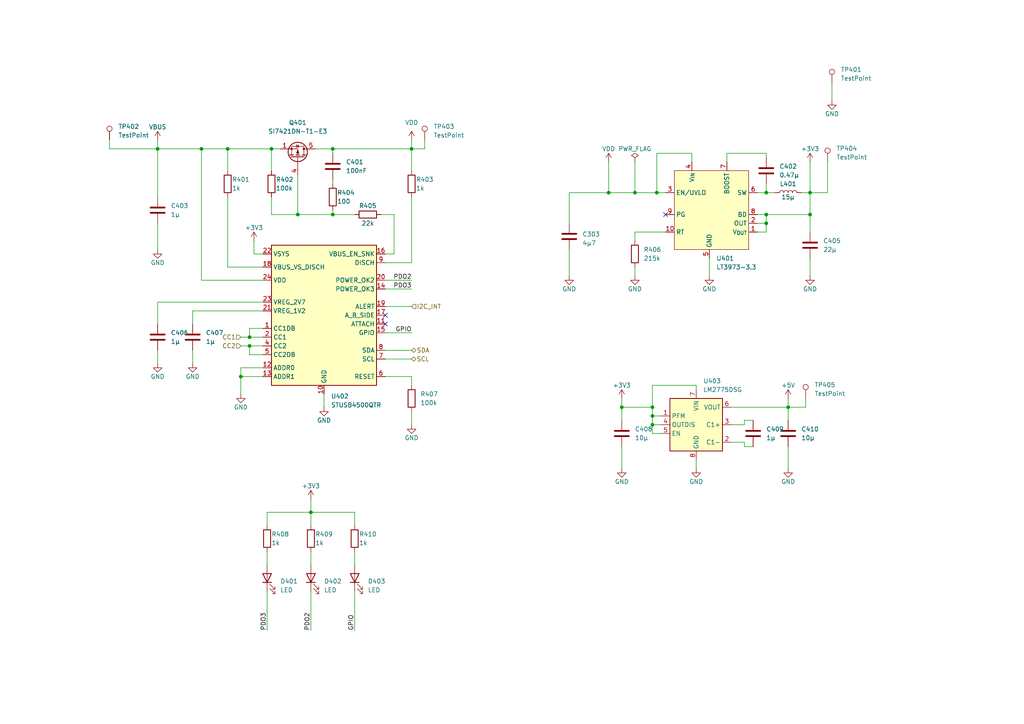
<source format=kicad_sch>
(kicad_sch (version 20230121) (generator eeschema)

  (uuid ad625a75-a945-448d-976c-d55427fceabf)

  (paper "A4")

  (lib_symbols
    (symbol "Connector:TestPoint" (pin_numbers hide) (pin_names (offset 0.762) hide) (in_bom yes) (on_board yes)
      (property "Reference" "TP" (at 0 6.858 0)
        (effects (font (size 1.27 1.27)))
      )
      (property "Value" "TestPoint" (at 0 5.08 0)
        (effects (font (size 1.27 1.27)))
      )
      (property "Footprint" "" (at 5.08 0 0)
        (effects (font (size 1.27 1.27)) hide)
      )
      (property "Datasheet" "~" (at 5.08 0 0)
        (effects (font (size 1.27 1.27)) hide)
      )
      (property "ki_keywords" "test point tp" (at 0 0 0)
        (effects (font (size 1.27 1.27)) hide)
      )
      (property "ki_description" "test point" (at 0 0 0)
        (effects (font (size 1.27 1.27)) hide)
      )
      (property "ki_fp_filters" "Pin* Test*" (at 0 0 0)
        (effects (font (size 1.27 1.27)) hide)
      )
      (symbol "TestPoint_0_1"
        (circle (center 0 3.302) (radius 0.762)
          (stroke (width 0) (type default))
          (fill (type none))
        )
      )
      (symbol "TestPoint_1_1"
        (pin passive line (at 0 0 90) (length 2.54)
          (name "1" (effects (font (size 1.27 1.27))))
          (number "1" (effects (font (size 1.27 1.27))))
        )
      )
    )
    (symbol "Device:C" (pin_numbers hide) (pin_names (offset 0.254)) (in_bom yes) (on_board yes)
      (property "Reference" "C" (at 0.635 2.54 0)
        (effects (font (size 1.27 1.27)) (justify left))
      )
      (property "Value" "C" (at 0.635 -2.54 0)
        (effects (font (size 1.27 1.27)) (justify left))
      )
      (property "Footprint" "" (at 0.9652 -3.81 0)
        (effects (font (size 1.27 1.27)) hide)
      )
      (property "Datasheet" "~" (at 0 0 0)
        (effects (font (size 1.27 1.27)) hide)
      )
      (property "ki_keywords" "cap capacitor" (at 0 0 0)
        (effects (font (size 1.27 1.27)) hide)
      )
      (property "ki_description" "Unpolarized capacitor" (at 0 0 0)
        (effects (font (size 1.27 1.27)) hide)
      )
      (property "ki_fp_filters" "C_*" (at 0 0 0)
        (effects (font (size 1.27 1.27)) hide)
      )
      (symbol "C_0_1"
        (polyline
          (pts
            (xy -2.032 -0.762)
            (xy 2.032 -0.762)
          )
          (stroke (width 0.508) (type default))
          (fill (type none))
        )
        (polyline
          (pts
            (xy -2.032 0.762)
            (xy 2.032 0.762)
          )
          (stroke (width 0.508) (type default))
          (fill (type none))
        )
      )
      (symbol "C_1_1"
        (pin passive line (at 0 3.81 270) (length 2.794)
          (name "~" (effects (font (size 1.27 1.27))))
          (number "1" (effects (font (size 1.27 1.27))))
        )
        (pin passive line (at 0 -3.81 90) (length 2.794)
          (name "~" (effects (font (size 1.27 1.27))))
          (number "2" (effects (font (size 1.27 1.27))))
        )
      )
    )
    (symbol "Device:L" (pin_numbers hide) (pin_names (offset 1.016) hide) (in_bom yes) (on_board yes)
      (property "Reference" "L" (at -1.27 0 90)
        (effects (font (size 1.27 1.27)))
      )
      (property "Value" "L" (at 1.905 0 90)
        (effects (font (size 1.27 1.27)))
      )
      (property "Footprint" "" (at 0 0 0)
        (effects (font (size 1.27 1.27)) hide)
      )
      (property "Datasheet" "~" (at 0 0 0)
        (effects (font (size 1.27 1.27)) hide)
      )
      (property "ki_keywords" "inductor choke coil reactor magnetic" (at 0 0 0)
        (effects (font (size 1.27 1.27)) hide)
      )
      (property "ki_description" "Inductor" (at 0 0 0)
        (effects (font (size 1.27 1.27)) hide)
      )
      (property "ki_fp_filters" "Choke_* *Coil* Inductor_* L_*" (at 0 0 0)
        (effects (font (size 1.27 1.27)) hide)
      )
      (symbol "L_0_1"
        (arc (start 0 -2.54) (mid 0.6323 -1.905) (end 0 -1.27)
          (stroke (width 0) (type default))
          (fill (type none))
        )
        (arc (start 0 -1.27) (mid 0.6323 -0.635) (end 0 0)
          (stroke (width 0) (type default))
          (fill (type none))
        )
        (arc (start 0 0) (mid 0.6323 0.635) (end 0 1.27)
          (stroke (width 0) (type default))
          (fill (type none))
        )
        (arc (start 0 1.27) (mid 0.6323 1.905) (end 0 2.54)
          (stroke (width 0) (type default))
          (fill (type none))
        )
      )
      (symbol "L_1_1"
        (pin passive line (at 0 3.81 270) (length 1.27)
          (name "1" (effects (font (size 1.27 1.27))))
          (number "1" (effects (font (size 1.27 1.27))))
        )
        (pin passive line (at 0 -3.81 90) (length 1.27)
          (name "2" (effects (font (size 1.27 1.27))))
          (number "2" (effects (font (size 1.27 1.27))))
        )
      )
    )
    (symbol "Device:LED" (pin_numbers hide) (pin_names (offset 1.016) hide) (in_bom yes) (on_board yes)
      (property "Reference" "D" (at 0 2.54 0)
        (effects (font (size 1.27 1.27)))
      )
      (property "Value" "LED" (at 0 -2.54 0)
        (effects (font (size 1.27 1.27)))
      )
      (property "Footprint" "" (at 0 0 0)
        (effects (font (size 1.27 1.27)) hide)
      )
      (property "Datasheet" "~" (at 0 0 0)
        (effects (font (size 1.27 1.27)) hide)
      )
      (property "ki_keywords" "LED diode" (at 0 0 0)
        (effects (font (size 1.27 1.27)) hide)
      )
      (property "ki_description" "Light emitting diode" (at 0 0 0)
        (effects (font (size 1.27 1.27)) hide)
      )
      (property "ki_fp_filters" "LED* LED_SMD:* LED_THT:*" (at 0 0 0)
        (effects (font (size 1.27 1.27)) hide)
      )
      (symbol "LED_0_1"
        (polyline
          (pts
            (xy -1.27 -1.27)
            (xy -1.27 1.27)
          )
          (stroke (width 0.254) (type default))
          (fill (type none))
        )
        (polyline
          (pts
            (xy -1.27 0)
            (xy 1.27 0)
          )
          (stroke (width 0) (type default))
          (fill (type none))
        )
        (polyline
          (pts
            (xy 1.27 -1.27)
            (xy 1.27 1.27)
            (xy -1.27 0)
            (xy 1.27 -1.27)
          )
          (stroke (width 0.254) (type default))
          (fill (type none))
        )
        (polyline
          (pts
            (xy -3.048 -0.762)
            (xy -4.572 -2.286)
            (xy -3.81 -2.286)
            (xy -4.572 -2.286)
            (xy -4.572 -1.524)
          )
          (stroke (width 0) (type default))
          (fill (type none))
        )
        (polyline
          (pts
            (xy -1.778 -0.762)
            (xy -3.302 -2.286)
            (xy -2.54 -2.286)
            (xy -3.302 -2.286)
            (xy -3.302 -1.524)
          )
          (stroke (width 0) (type default))
          (fill (type none))
        )
      )
      (symbol "LED_1_1"
        (pin passive line (at -3.81 0 0) (length 2.54)
          (name "K" (effects (font (size 1.27 1.27))))
          (number "1" (effects (font (size 1.27 1.27))))
        )
        (pin passive line (at 3.81 0 180) (length 2.54)
          (name "A" (effects (font (size 1.27 1.27))))
          (number "2" (effects (font (size 1.27 1.27))))
        )
      )
    )
    (symbol "Device:R" (pin_numbers hide) (pin_names (offset 0)) (in_bom yes) (on_board yes)
      (property "Reference" "R" (at 2.032 0 90)
        (effects (font (size 1.27 1.27)))
      )
      (property "Value" "R" (at 0 0 90)
        (effects (font (size 1.27 1.27)))
      )
      (property "Footprint" "" (at -1.778 0 90)
        (effects (font (size 1.27 1.27)) hide)
      )
      (property "Datasheet" "~" (at 0 0 0)
        (effects (font (size 1.27 1.27)) hide)
      )
      (property "ki_keywords" "R res resistor" (at 0 0 0)
        (effects (font (size 1.27 1.27)) hide)
      )
      (property "ki_description" "Resistor" (at 0 0 0)
        (effects (font (size 1.27 1.27)) hide)
      )
      (property "ki_fp_filters" "R_*" (at 0 0 0)
        (effects (font (size 1.27 1.27)) hide)
      )
      (symbol "R_0_1"
        (rectangle (start -1.016 -2.54) (end 1.016 2.54)
          (stroke (width 0.254) (type default))
          (fill (type none))
        )
      )
      (symbol "R_1_1"
        (pin passive line (at 0 3.81 270) (length 1.27)
          (name "~" (effects (font (size 1.27 1.27))))
          (number "1" (effects (font (size 1.27 1.27))))
        )
        (pin passive line (at 0 -3.81 90) (length 1.27)
          (name "~" (effects (font (size 1.27 1.27))))
          (number "2" (effects (font (size 1.27 1.27))))
        )
      )
    )
    (symbol "Regulator_SwitchedCapacitor:LM2775DSG" (in_bom yes) (on_board yes)
      (property "Reference" "U" (at -7.62 8.89 0)
        (effects (font (size 1.27 1.27)))
      )
      (property "Value" "LM2775DSG" (at 6.35 8.89 0)
        (effects (font (size 1.27 1.27)))
      )
      (property "Footprint" "Package_SON:WSON-8-1EP_2x2mm_P0.5mm_EP0.9x1.6mm_ThermalVias" (at 0 0 0)
        (effects (font (size 1.27 1.27)) hide)
      )
      (property "Datasheet" "https://www.ti.com/lit/gpn/lm2775" (at 0 0 0)
        (effects (font (size 1.27 1.27)) hide)
      )
      (property "ki_keywords" "Charge pump inductorless" (at 0 0 0)
        (effects (font (size 1.27 1.27)) hide)
      )
      (property "ki_description" "5V charge pump, 200mA, WSON-8" (at 0 0 0)
        (effects (font (size 1.27 1.27)) hide)
      )
      (property "ki_fp_filters" "WSON*1EP*2x2mm*P0.5mm*" (at 0 0 0)
        (effects (font (size 1.27 1.27)) hide)
      )
      (symbol "LM2775DSG_0_1"
        (rectangle (start -7.62 7.62) (end 7.62 -7.62)
          (stroke (width 0.254) (type default))
          (fill (type background))
        )
      )
      (symbol "LM2775DSG_1_1"
        (pin input line (at -10.16 2.54 0) (length 2.54)
          (name "PFM" (effects (font (size 1.27 1.27))))
          (number "1" (effects (font (size 1.27 1.27))))
        )
        (pin passive line (at 10.16 -5.08 180) (length 2.54)
          (name "C1-" (effects (font (size 1.27 1.27))))
          (number "2" (effects (font (size 1.27 1.27))))
        )
        (pin passive line (at 10.16 0 180) (length 2.54)
          (name "C1+" (effects (font (size 1.27 1.27))))
          (number "3" (effects (font (size 1.27 1.27))))
        )
        (pin input line (at -10.16 0 0) (length 2.54)
          (name "OUTDIS" (effects (font (size 1.27 1.27))))
          (number "4" (effects (font (size 1.27 1.27))))
        )
        (pin input line (at -10.16 -2.54 0) (length 2.54)
          (name "EN" (effects (font (size 1.27 1.27))))
          (number "5" (effects (font (size 1.27 1.27))))
        )
        (pin power_out line (at 10.16 5.08 180) (length 2.54)
          (name "VOUT" (effects (font (size 1.27 1.27))))
          (number "6" (effects (font (size 1.27 1.27))))
        )
        (pin power_in line (at 0 10.16 270) (length 2.54)
          (name "VIN" (effects (font (size 1.27 1.27))))
          (number "7" (effects (font (size 1.27 1.27))))
        )
        (pin power_in line (at 0 -10.16 90) (length 2.54)
          (name "GND" (effects (font (size 1.27 1.27))))
          (number "8" (effects (font (size 1.27 1.27))))
        )
        (pin passive line (at 0 -10.16 90) (length 2.54) hide
          (name "GND" (effects (font (size 1.27 1.27))))
          (number "9" (effects (font (size 1.27 1.27))))
        )
      )
    )
    (symbol "mylib_ic:LT3973-3.3" (in_bom yes) (on_board yes)
      (property "Reference" "U" (at 0 12.7 0)
        (effects (font (size 1.27 1.27)))
      )
      (property "Value" "LT3973-3.3" (at 6.35 -12.7 0)
        (effects (font (size 1.27 1.27)))
      )
      (property "Footprint" "Package_DFN_QFN:DFN-10-1EP_3x3mm_P0.5mm_EP1.65x2.38mm_ThermalVias" (at -5.08 1.27 0)
        (effects (font (size 1.27 1.27)) hide)
      )
      (property "Datasheet" "" (at -5.08 1.27 0)
        (effects (font (size 1.27 1.27)) hide)
      )
      (symbol "LT3973-3.3_0_1"
        (rectangle (start -10.16 11.43) (end 11.43 -11.43)
          (stroke (width 0) (type default))
          (fill (type background))
        )
      )
      (symbol "LT3973-3.3_1_1"
        (pin input line (at 13.97 -6.35 180) (length 2.54)
          (name "V_{OUT}" (effects (font (size 1.27 1.27))))
          (number "1" (effects (font (size 1.27 1.27))))
        )
        (pin input line (at -12.7 -6.35 0) (length 2.54)
          (name "RT" (effects (font (size 1.27 1.27))))
          (number "10" (effects (font (size 1.27 1.27))))
        )
        (pin power_in line (at 0 -13.97 90) (length 2.54) hide
          (name "GND" (effects (font (size 1.27 1.27))))
          (number "11" (effects (font (size 1.27 1.27))))
        )
        (pin input line (at 13.97 -3.81 180) (length 2.54)
          (name "OUT" (effects (font (size 1.27 1.27))))
          (number "2" (effects (font (size 1.27 1.27))))
        )
        (pin input line (at -12.7 5.08 0) (length 2.54)
          (name "EN/UVLO" (effects (font (size 1.27 1.27))))
          (number "3" (effects (font (size 1.27 1.27))))
        )
        (pin input line (at -5.08 13.97 270) (length 2.54)
          (name "V_{IN}" (effects (font (size 1.27 1.27))))
          (number "4" (effects (font (size 1.27 1.27))))
        )
        (pin power_in line (at 0 -13.97 90) (length 2.54)
          (name "GND" (effects (font (size 1.27 1.27))))
          (number "5" (effects (font (size 1.27 1.27))))
        )
        (pin input line (at 13.97 5.08 180) (length 2.54)
          (name "SW" (effects (font (size 1.27 1.27))))
          (number "6" (effects (font (size 1.27 1.27))))
        )
        (pin input line (at 5.08 13.97 270) (length 2.54)
          (name "BOOST" (effects (font (size 1.27 1.27))))
          (number "7" (effects (font (size 1.27 1.27))))
        )
        (pin input line (at 13.97 -1.27 180) (length 2.54)
          (name "BD" (effects (font (size 1.27 1.27))))
          (number "8" (effects (font (size 1.27 1.27))))
        )
        (pin input line (at -12.7 -1.27 0) (length 2.54)
          (name "PG" (effects (font (size 1.27 1.27))))
          (number "9" (effects (font (size 1.27 1.27))))
        )
      )
    )
    (symbol "mylib_ic:SI7421DN-T1-E3" (pin_names (offset 0) hide) (in_bom yes) (on_board yes)
      (property "Reference" "Q" (at 5.08 1.27 0)
        (effects (font (size 1.27 1.27)) (justify left))
      )
      (property "Value" "SI7421DN-T1-E3" (at 5.08 -1.27 0)
        (effects (font (size 1.27 1.27)) (justify left))
      )
      (property "Footprint" "Package_SO:Vishay_PowerPAK_1212-8_Single" (at 5.08 2.54 0)
        (effects (font (size 1.27 1.27)) hide)
      )
      (property "Datasheet" "~" (at 0 0 0)
        (effects (font (size 1.27 1.27)) hide)
      )
      (property "ki_keywords" "transistor PMOS P-MOS P-MOSFET" (at 0 0 0)
        (effects (font (size 1.27 1.27)) hide)
      )
      (property "ki_description" "P-MOSFET transistor, drain/gate/source" (at 0 0 0)
        (effects (font (size 1.27 1.27)) hide)
      )
      (symbol "SI7421DN-T1-E3_0_1"
        (polyline
          (pts
            (xy 0.254 0)
            (xy -2.54 0)
          )
          (stroke (width 0) (type default))
          (fill (type none))
        )
        (polyline
          (pts
            (xy 0.254 1.905)
            (xy 0.254 -1.905)
          )
          (stroke (width 0.254) (type default))
          (fill (type none))
        )
        (polyline
          (pts
            (xy 0.762 -1.27)
            (xy 0.762 -2.286)
          )
          (stroke (width 0.254) (type default))
          (fill (type none))
        )
        (polyline
          (pts
            (xy 0.762 0.508)
            (xy 0.762 -0.508)
          )
          (stroke (width 0.254) (type default))
          (fill (type none))
        )
        (polyline
          (pts
            (xy 0.762 2.286)
            (xy 0.762 1.27)
          )
          (stroke (width 0.254) (type default))
          (fill (type none))
        )
        (polyline
          (pts
            (xy 2.54 2.54)
            (xy 2.54 1.778)
          )
          (stroke (width 0) (type default))
          (fill (type none))
        )
        (polyline
          (pts
            (xy 2.54 -2.54)
            (xy 2.54 0)
            (xy 0.762 0)
          )
          (stroke (width 0) (type default))
          (fill (type none))
        )
        (polyline
          (pts
            (xy 0.762 1.778)
            (xy 3.302 1.778)
            (xy 3.302 -1.778)
            (xy 0.762 -1.778)
          )
          (stroke (width 0) (type default))
          (fill (type none))
        )
        (polyline
          (pts
            (xy 2.286 0)
            (xy 1.27 0.381)
            (xy 1.27 -0.381)
            (xy 2.286 0)
          )
          (stroke (width 0) (type default))
          (fill (type outline))
        )
        (polyline
          (pts
            (xy 2.794 -0.508)
            (xy 2.921 -0.381)
            (xy 3.683 -0.381)
            (xy 3.81 -0.254)
          )
          (stroke (width 0) (type default))
          (fill (type none))
        )
        (polyline
          (pts
            (xy 3.302 -0.381)
            (xy 2.921 0.254)
            (xy 3.683 0.254)
            (xy 3.302 -0.381)
          )
          (stroke (width 0) (type default))
          (fill (type none))
        )
        (circle (center 1.651 0) (radius 2.794)
          (stroke (width 0.254) (type default))
          (fill (type none))
        )
        (circle (center 2.54 -1.778) (radius 0.254)
          (stroke (width 0) (type default))
          (fill (type outline))
        )
        (circle (center 2.54 1.778) (radius 0.254)
          (stroke (width 0) (type default))
          (fill (type outline))
        )
      )
      (symbol "SI7421DN-T1-E3_1_1"
        (pin passive line (at 2.54 -5.08 90) (length 2.54)
          (name "S" (effects (font (size 1.27 1.27))))
          (number "1" (effects (font (size 1.27 1.27))))
        )
        (pin passive line (at 2.54 -5.08 90) (length 2.54) hide
          (name "S" (effects (font (size 1.27 1.27))))
          (number "2" (effects (font (size 1.27 1.27))))
        )
        (pin passive line (at 2.54 -5.08 90) (length 2.54) hide
          (name "S" (effects (font (size 1.27 1.27))))
          (number "3" (effects (font (size 1.27 1.27))))
        )
        (pin input line (at -5.08 0 0) (length 2.54)
          (name "G" (effects (font (size 1.27 1.27))))
          (number "4" (effects (font (size 1.27 1.27))))
        )
        (pin passive line (at 2.54 5.08 270) (length 2.54)
          (name "D" (effects (font (size 1.27 1.27))))
          (number "5" (effects (font (size 1.27 1.27))))
        )
      )
    )
    (symbol "mylib_ic:STUSB4500QTR" (in_bom yes) (on_board yes)
      (property "Reference" "U2" (at 2.0194 -23.495 0)
        (effects (font (size 1.27 1.27)) (justify left))
      )
      (property "Value" "STUSB4500QTR" (at 2.0194 -26.035 0)
        (effects (font (size 1.27 1.27)) (justify left))
      )
      (property "Footprint" "Package_DFN_QFN:QFN-24-1EP_4x4mm_P0.5mm_EP2.7x2.7mm" (at 0 0 0)
        (effects (font (size 1.27 1.27)) hide)
      )
      (property "Datasheet" "https://www.st.com/resource/en/datasheet/stusb4500.pdf" (at 0 0 0)
        (effects (font (size 1.27 1.27)) hide)
      )
      (property "ki_keywords" "USB PD Type C Sink" (at 0 0 0)
        (effects (font (size 1.27 1.27)) hide)
      )
      (property "ki_description" "Stand-alone USB PD controller (with sink Auto-run mode), QFN-24" (at 0 0 0)
        (effects (font (size 1.27 1.27)) hide)
      )
      (property "ki_fp_filters" "QFN*4x4mm*P0.5mm*" (at 0 0 0)
        (effects (font (size 1.27 1.27)) hide)
      )
      (symbol "STUSB4500QTR_0_1"
        (rectangle (start -15.24 20.32) (end 15.24 -20.32)
          (stroke (width 0.254) (type default))
          (fill (type background))
        )
      )
      (symbol "STUSB4500QTR_1_1"
        (pin bidirectional line (at -17.78 -3.81 0) (length 2.54)
          (name "CC1DB" (effects (font (size 1.27 1.27))))
          (number "1" (effects (font (size 1.27 1.27))))
        )
        (pin power_in line (at 0 -22.86 90) (length 2.54)
          (name "GND" (effects (font (size 1.27 1.27))))
          (number "10" (effects (font (size 1.27 1.27))))
        )
        (pin open_collector line (at 17.78 -2.54 180) (length 2.54)
          (name "ATTACH" (effects (font (size 1.27 1.27))))
          (number "11" (effects (font (size 1.27 1.27))))
        )
        (pin input line (at -17.78 -15.24 0) (length 2.54)
          (name "ADDR0" (effects (font (size 1.27 1.27))))
          (number "12" (effects (font (size 1.27 1.27))))
        )
        (pin input line (at -17.78 -17.78 0) (length 2.54)
          (name "ADDR1" (effects (font (size 1.27 1.27))))
          (number "13" (effects (font (size 1.27 1.27))))
        )
        (pin open_collector line (at 17.78 7.62 180) (length 2.54)
          (name "POWER_OK3" (effects (font (size 1.27 1.27))))
          (number "14" (effects (font (size 1.27 1.27))))
        )
        (pin open_collector line (at 17.78 -5.08 180) (length 2.54)
          (name "GPIO" (effects (font (size 1.27 1.27))))
          (number "15" (effects (font (size 1.27 1.27))))
        )
        (pin open_collector line (at 17.78 17.78 180) (length 2.54)
          (name "VBUS_EN_SNK" (effects (font (size 1.27 1.27))))
          (number "16" (effects (font (size 1.27 1.27))))
        )
        (pin open_collector line (at 17.78 0 180) (length 2.54)
          (name "A_B_SIDE" (effects (font (size 1.27 1.27))))
          (number "17" (effects (font (size 1.27 1.27))))
        )
        (pin input line (at -17.78 13.97 0) (length 2.54)
          (name "VBUS_VS_DISCH" (effects (font (size 1.27 1.27))))
          (number "18" (effects (font (size 1.27 1.27))))
        )
        (pin open_collector line (at 17.78 2.54 180) (length 2.54)
          (name "ALERT" (effects (font (size 1.27 1.27))))
          (number "19" (effects (font (size 1.27 1.27))))
        )
        (pin bidirectional line (at -17.78 -6.35 0) (length 2.54)
          (name "CC1" (effects (font (size 1.27 1.27))))
          (number "2" (effects (font (size 1.27 1.27))))
        )
        (pin open_collector line (at 17.78 10.16 180) (length 2.54)
          (name "POWER_OK2" (effects (font (size 1.27 1.27))))
          (number "20" (effects (font (size 1.27 1.27))))
        )
        (pin power_out line (at -17.78 1.27 0) (length 2.54)
          (name "VREG_1V2" (effects (font (size 1.27 1.27))))
          (number "21" (effects (font (size 1.27 1.27))))
        )
        (pin power_in line (at -17.78 17.78 0) (length 2.54)
          (name "VSYS" (effects (font (size 1.27 1.27))))
          (number "22" (effects (font (size 1.27 1.27))))
        )
        (pin power_out line (at -17.78 3.81 0) (length 2.54)
          (name "VREG_2V7" (effects (font (size 1.27 1.27))))
          (number "23" (effects (font (size 1.27 1.27))))
        )
        (pin power_in line (at -17.78 10.16 0) (length 2.54)
          (name "VDD" (effects (font (size 1.27 1.27))))
          (number "24" (effects (font (size 1.27 1.27))))
        )
        (pin passive line (at 0 -22.86 90) (length 2.54) hide
          (name "GND" (effects (font (size 1.27 1.27))))
          (number "25" (effects (font (size 1.27 1.27))))
        )
        (pin no_connect line (at -15.24 15.24 0) (length 2.54) hide
          (name "NC" (effects (font (size 1.27 1.27))))
          (number "3" (effects (font (size 1.27 1.27))))
        )
        (pin bidirectional line (at -17.78 -8.89 0) (length 2.54)
          (name "CC2" (effects (font (size 1.27 1.27))))
          (number "4" (effects (font (size 1.27 1.27))))
        )
        (pin bidirectional line (at -17.78 -11.43 0) (length 2.54)
          (name "CC2DB" (effects (font (size 1.27 1.27))))
          (number "5" (effects (font (size 1.27 1.27))))
        )
        (pin input line (at 17.78 -17.78 180) (length 2.54)
          (name "RESET" (effects (font (size 1.27 1.27))))
          (number "6" (effects (font (size 1.27 1.27))))
        )
        (pin input line (at 17.78 -12.7 180) (length 2.54)
          (name "SCL" (effects (font (size 1.27 1.27))))
          (number "7" (effects (font (size 1.27 1.27))))
        )
        (pin bidirectional line (at 17.78 -10.16 180) (length 2.54)
          (name "SDA" (effects (font (size 1.27 1.27))))
          (number "8" (effects (font (size 1.27 1.27))))
        )
        (pin bidirectional line (at 17.78 15.24 180) (length 2.54)
          (name "DISCH" (effects (font (size 1.27 1.27))))
          (number "9" (effects (font (size 1.27 1.27))))
        )
      )
    )
    (symbol "power:+3V3" (power) (pin_names (offset 0)) (in_bom yes) (on_board yes)
      (property "Reference" "#PWR" (at 0 -3.81 0)
        (effects (font (size 1.27 1.27)) hide)
      )
      (property "Value" "+3V3" (at 0 3.556 0)
        (effects (font (size 1.27 1.27)))
      )
      (property "Footprint" "" (at 0 0 0)
        (effects (font (size 1.27 1.27)) hide)
      )
      (property "Datasheet" "" (at 0 0 0)
        (effects (font (size 1.27 1.27)) hide)
      )
      (property "ki_keywords" "global power" (at 0 0 0)
        (effects (font (size 1.27 1.27)) hide)
      )
      (property "ki_description" "Power symbol creates a global label with name \"+3V3\"" (at 0 0 0)
        (effects (font (size 1.27 1.27)) hide)
      )
      (symbol "+3V3_0_1"
        (polyline
          (pts
            (xy -0.762 1.27)
            (xy 0 2.54)
          )
          (stroke (width 0) (type default))
          (fill (type none))
        )
        (polyline
          (pts
            (xy 0 0)
            (xy 0 2.54)
          )
          (stroke (width 0) (type default))
          (fill (type none))
        )
        (polyline
          (pts
            (xy 0 2.54)
            (xy 0.762 1.27)
          )
          (stroke (width 0) (type default))
          (fill (type none))
        )
      )
      (symbol "+3V3_1_1"
        (pin power_in line (at 0 0 90) (length 0) hide
          (name "+3V3" (effects (font (size 1.27 1.27))))
          (number "1" (effects (font (size 1.27 1.27))))
        )
      )
    )
    (symbol "power:+5V" (power) (pin_names (offset 0)) (in_bom yes) (on_board yes)
      (property "Reference" "#PWR" (at 0 -3.81 0)
        (effects (font (size 1.27 1.27)) hide)
      )
      (property "Value" "+5V" (at 0 3.556 0)
        (effects (font (size 1.27 1.27)))
      )
      (property "Footprint" "" (at 0 0 0)
        (effects (font (size 1.27 1.27)) hide)
      )
      (property "Datasheet" "" (at 0 0 0)
        (effects (font (size 1.27 1.27)) hide)
      )
      (property "ki_keywords" "global power" (at 0 0 0)
        (effects (font (size 1.27 1.27)) hide)
      )
      (property "ki_description" "Power symbol creates a global label with name \"+5V\"" (at 0 0 0)
        (effects (font (size 1.27 1.27)) hide)
      )
      (symbol "+5V_0_1"
        (polyline
          (pts
            (xy -0.762 1.27)
            (xy 0 2.54)
          )
          (stroke (width 0) (type default))
          (fill (type none))
        )
        (polyline
          (pts
            (xy 0 0)
            (xy 0 2.54)
          )
          (stroke (width 0) (type default))
          (fill (type none))
        )
        (polyline
          (pts
            (xy 0 2.54)
            (xy 0.762 1.27)
          )
          (stroke (width 0) (type default))
          (fill (type none))
        )
      )
      (symbol "+5V_1_1"
        (pin power_in line (at 0 0 90) (length 0) hide
          (name "+5V" (effects (font (size 1.27 1.27))))
          (number "1" (effects (font (size 1.27 1.27))))
        )
      )
    )
    (symbol "power:GND" (power) (pin_names (offset 0)) (in_bom yes) (on_board yes)
      (property "Reference" "#PWR" (at 0 -6.35 0)
        (effects (font (size 1.27 1.27)) hide)
      )
      (property "Value" "GND" (at 0 -3.81 0)
        (effects (font (size 1.27 1.27)))
      )
      (property "Footprint" "" (at 0 0 0)
        (effects (font (size 1.27 1.27)) hide)
      )
      (property "Datasheet" "" (at 0 0 0)
        (effects (font (size 1.27 1.27)) hide)
      )
      (property "ki_keywords" "global power" (at 0 0 0)
        (effects (font (size 1.27 1.27)) hide)
      )
      (property "ki_description" "Power symbol creates a global label with name \"GND\" , ground" (at 0 0 0)
        (effects (font (size 1.27 1.27)) hide)
      )
      (symbol "GND_0_1"
        (polyline
          (pts
            (xy 0 0)
            (xy 0 -1.27)
            (xy 1.27 -1.27)
            (xy 0 -2.54)
            (xy -1.27 -1.27)
            (xy 0 -1.27)
          )
          (stroke (width 0) (type default))
          (fill (type none))
        )
      )
      (symbol "GND_1_1"
        (pin power_in line (at 0 0 270) (length 0) hide
          (name "GND" (effects (font (size 1.27 1.27))))
          (number "1" (effects (font (size 1.27 1.27))))
        )
      )
    )
    (symbol "power:PWR_FLAG" (power) (pin_numbers hide) (pin_names (offset 0) hide) (in_bom yes) (on_board yes)
      (property "Reference" "#FLG" (at 0 1.905 0)
        (effects (font (size 1.27 1.27)) hide)
      )
      (property "Value" "PWR_FLAG" (at 0 3.81 0)
        (effects (font (size 1.27 1.27)))
      )
      (property "Footprint" "" (at 0 0 0)
        (effects (font (size 1.27 1.27)) hide)
      )
      (property "Datasheet" "~" (at 0 0 0)
        (effects (font (size 1.27 1.27)) hide)
      )
      (property "ki_keywords" "flag power" (at 0 0 0)
        (effects (font (size 1.27 1.27)) hide)
      )
      (property "ki_description" "Special symbol for telling ERC where power comes from" (at 0 0 0)
        (effects (font (size 1.27 1.27)) hide)
      )
      (symbol "PWR_FLAG_0_0"
        (pin power_out line (at 0 0 90) (length 0)
          (name "pwr" (effects (font (size 1.27 1.27))))
          (number "1" (effects (font (size 1.27 1.27))))
        )
      )
      (symbol "PWR_FLAG_0_1"
        (polyline
          (pts
            (xy 0 0)
            (xy 0 1.27)
            (xy -1.016 1.905)
            (xy 0 2.54)
            (xy 1.016 1.905)
            (xy 0 1.27)
          )
          (stroke (width 0) (type default))
          (fill (type none))
        )
      )
    )
    (symbol "power:VBUS" (power) (pin_names (offset 0)) (in_bom yes) (on_board yes)
      (property "Reference" "#PWR" (at 0 -3.81 0)
        (effects (font (size 1.27 1.27)) hide)
      )
      (property "Value" "VBUS" (at 0 3.81 0)
        (effects (font (size 1.27 1.27)))
      )
      (property "Footprint" "" (at 0 0 0)
        (effects (font (size 1.27 1.27)) hide)
      )
      (property "Datasheet" "" (at 0 0 0)
        (effects (font (size 1.27 1.27)) hide)
      )
      (property "ki_keywords" "global power" (at 0 0 0)
        (effects (font (size 1.27 1.27)) hide)
      )
      (property "ki_description" "Power symbol creates a global label with name \"VBUS\"" (at 0 0 0)
        (effects (font (size 1.27 1.27)) hide)
      )
      (symbol "VBUS_0_1"
        (polyline
          (pts
            (xy -0.762 1.27)
            (xy 0 2.54)
          )
          (stroke (width 0) (type default))
          (fill (type none))
        )
        (polyline
          (pts
            (xy 0 0)
            (xy 0 2.54)
          )
          (stroke (width 0) (type default))
          (fill (type none))
        )
        (polyline
          (pts
            (xy 0 2.54)
            (xy 0.762 1.27)
          )
          (stroke (width 0) (type default))
          (fill (type none))
        )
      )
      (symbol "VBUS_1_1"
        (pin power_in line (at 0 0 90) (length 0) hide
          (name "VBUS" (effects (font (size 1.27 1.27))))
          (number "1" (effects (font (size 1.27 1.27))))
        )
      )
    )
    (symbol "power:VDD" (power) (pin_names (offset 0)) (in_bom yes) (on_board yes)
      (property "Reference" "#PWR" (at 0 -3.81 0)
        (effects (font (size 1.27 1.27)) hide)
      )
      (property "Value" "VDD" (at 0 3.81 0)
        (effects (font (size 1.27 1.27)))
      )
      (property "Footprint" "" (at 0 0 0)
        (effects (font (size 1.27 1.27)) hide)
      )
      (property "Datasheet" "" (at 0 0 0)
        (effects (font (size 1.27 1.27)) hide)
      )
      (property "ki_keywords" "global power" (at 0 0 0)
        (effects (font (size 1.27 1.27)) hide)
      )
      (property "ki_description" "Power symbol creates a global label with name \"VDD\"" (at 0 0 0)
        (effects (font (size 1.27 1.27)) hide)
      )
      (symbol "VDD_0_1"
        (polyline
          (pts
            (xy -0.762 1.27)
            (xy 0 2.54)
          )
          (stroke (width 0) (type default))
          (fill (type none))
        )
        (polyline
          (pts
            (xy 0 0)
            (xy 0 2.54)
          )
          (stroke (width 0) (type default))
          (fill (type none))
        )
        (polyline
          (pts
            (xy 0 2.54)
            (xy 0.762 1.27)
          )
          (stroke (width 0) (type default))
          (fill (type none))
        )
      )
      (symbol "VDD_1_1"
        (pin power_in line (at 0 0 90) (length 0) hide
          (name "VDD" (effects (font (size 1.27 1.27))))
          (number "1" (effects (font (size 1.27 1.27))))
        )
      )
    )
  )

  (junction (at 222.25 62.23) (diameter 0) (color 0 0 0 0)
    (uuid 01213f0e-9012-403e-b33f-e6792816e730)
  )
  (junction (at 90.17 148.59) (diameter 0) (color 0 0 0 0)
    (uuid 04617f89-5d0b-4144-b100-1960ea114a9d)
  )
  (junction (at 222.25 64.77) (diameter 0) (color 0 0 0 0)
    (uuid 079d1b81-c4ac-420f-a4cd-6f100cd05e73)
  )
  (junction (at 189.23 120.65) (diameter 0) (color 0 0 0 0)
    (uuid 0b9cd91e-f141-4297-ba85-91dd59890606)
  )
  (junction (at 58.42 43.18) (diameter 0) (color 0 0 0 0)
    (uuid 0fa33433-422a-45ab-81b1-3be931f888de)
  )
  (junction (at 119.38 43.18) (diameter 0) (color 0 0 0 0)
    (uuid 1241ee98-4e59-48ab-93db-b30ad4716b27)
  )
  (junction (at 78.74 43.18) (diameter 0) (color 0 0 0 0)
    (uuid 28d9ae36-fff4-45af-823d-c7b2f9657a01)
  )
  (junction (at 228.6 118.11) (diameter 0) (color 0 0 0 0)
    (uuid 308b7f68-41de-45f9-8271-4cc381a46ded)
  )
  (junction (at 180.34 118.11) (diameter 0) (color 0 0 0 0)
    (uuid 3097704f-fc1c-4645-9b2b-9569a32e61a9)
  )
  (junction (at 69.85 109.22) (diameter 0) (color 0 0 0 0)
    (uuid 321702a5-22a7-49f6-a4b6-275bc22a8171)
  )
  (junction (at 234.95 55.88) (diameter 0) (color 0 0 0 0)
    (uuid 4645500b-9961-47ef-b6c5-30f9302789cf)
  )
  (junction (at 234.95 62.23) (diameter 0) (color 0 0 0 0)
    (uuid 575dde3f-9485-4bcc-a2c1-ff6f25d7ebe1)
  )
  (junction (at 72.39 100.33) (diameter 0) (color 0 0 0 0)
    (uuid 5dc3dd3d-9c93-4bee-919a-e8f244d1426b)
  )
  (junction (at 184.15 55.88) (diameter 0) (color 0 0 0 0)
    (uuid 61645a22-77d9-4dc4-a273-4d435ab1033c)
  )
  (junction (at 189.23 118.11) (diameter 0) (color 0 0 0 0)
    (uuid 7102e11e-771f-4285-bea6-322f62f2266d)
  )
  (junction (at 189.23 123.19) (diameter 0) (color 0 0 0 0)
    (uuid 7d39a33d-a3f1-4ebb-a3d6-01268f313b79)
  )
  (junction (at 86.36 62.23) (diameter 0) (color 0 0 0 0)
    (uuid 8b4a4d32-f490-4850-bf16-a7b7d87c5594)
  )
  (junction (at 66.04 43.18) (diameter 0) (color 0 0 0 0)
    (uuid 8eb48222-e318-40d2-bb98-dcf45e0cea94)
  )
  (junction (at 45.72 43.18) (diameter 0) (color 0 0 0 0)
    (uuid 96f02b32-081f-4375-9110-efc2fc445b53)
  )
  (junction (at 222.25 55.88) (diameter 0) (color 0 0 0 0)
    (uuid c57a1352-61e6-4900-9677-c8eb8bc97424)
  )
  (junction (at 72.39 97.79) (diameter 0) (color 0 0 0 0)
    (uuid d048b429-ad19-4e86-956a-cef4b7d28e72)
  )
  (junction (at 176.53 55.88) (diameter 0) (color 0 0 0 0)
    (uuid dfa403d9-b83a-43af-bb19-cf33a98224b3)
  )
  (junction (at 190.5 55.88) (diameter 0) (color 0 0 0 0)
    (uuid e56b7c0f-3a86-4991-9e0d-7434975fecd2)
  )
  (junction (at 96.52 43.18) (diameter 0) (color 0 0 0 0)
    (uuid ecf67efe-1d17-4ac7-858e-79cb0c24de72)
  )
  (junction (at 96.52 62.23) (diameter 0) (color 0 0 0 0)
    (uuid eea35aa9-d2c4-48be-8bda-b07c995aeef4)
  )

  (no_connect (at 111.76 93.98) (uuid 17a2c02c-f2bf-4f33-906e-3442fa381a3b))
  (no_connect (at 111.76 91.44) (uuid 8f6df8e6-1283-4f05-ac9c-a55b4dda72ff))
  (no_connect (at 193.04 62.23) (uuid fa89e04c-3629-46f6-8ce4-987a4dab5bfc))

  (wire (pts (xy 76.2 77.47) (xy 66.04 77.47))
    (stroke (width 0) (type default))
    (uuid 01b22fa8-3cd5-46e7-a475-a6aad906eb1e)
  )
  (wire (pts (xy 189.23 120.65) (xy 191.77 120.65))
    (stroke (width 0) (type default))
    (uuid 04647deb-1965-438d-8065-247dd9734ff8)
  )
  (wire (pts (xy 201.93 133.35) (xy 201.93 135.89))
    (stroke (width 0) (type default))
    (uuid 07e2b270-6ad5-4ae8-9f91-2963be4d7d5d)
  )
  (wire (pts (xy 58.42 43.18) (xy 66.04 43.18))
    (stroke (width 0) (type default))
    (uuid 09460da5-a157-4d62-ab4b-2d5d2e5a5e16)
  )
  (wire (pts (xy 96.52 60.96) (xy 96.52 62.23))
    (stroke (width 0) (type default))
    (uuid 0a15938b-f872-420a-871c-8454ee71c7ca)
  )
  (wire (pts (xy 77.47 152.4) (xy 77.47 148.59))
    (stroke (width 0) (type default))
    (uuid 0ae64d24-38c2-476c-9f55-f987bc7ee4b8)
  )
  (wire (pts (xy 66.04 43.18) (xy 66.04 49.53))
    (stroke (width 0) (type default))
    (uuid 0d758155-bde8-4894-b650-029d1f0eaf71)
  )
  (wire (pts (xy 90.17 171.45) (xy 90.17 182.88))
    (stroke (width 0) (type default))
    (uuid 0d96fdf1-dfbc-4412-b39c-af130ef78918)
  )
  (wire (pts (xy 81.28 43.18) (xy 78.74 43.18))
    (stroke (width 0) (type default))
    (uuid 0d9cff6b-5858-47c6-9eb0-20e70558726e)
  )
  (wire (pts (xy 200.66 46.99) (xy 200.66 44.45))
    (stroke (width 0) (type default))
    (uuid 0fe34580-8256-4312-ba5d-eecdb3908df3)
  )
  (wire (pts (xy 165.1 72.39) (xy 165.1 80.01))
    (stroke (width 0) (type default))
    (uuid 1061e436-92b8-4b83-b5d2-1539a037eb47)
  )
  (wire (pts (xy 240.03 55.88) (xy 240.03 46.99))
    (stroke (width 0) (type default))
    (uuid 10a658de-e09e-48f1-a8d4-d5f337ac4500)
  )
  (wire (pts (xy 69.85 100.33) (xy 72.39 100.33))
    (stroke (width 0) (type default))
    (uuid 111990dc-42db-4460-af1f-24f0ded7cd32)
  )
  (wire (pts (xy 78.74 57.15) (xy 78.74 62.23))
    (stroke (width 0) (type default))
    (uuid 11485d4e-6a62-4929-8ac3-73b760564a16)
  )
  (wire (pts (xy 119.38 76.2) (xy 119.38 57.15))
    (stroke (width 0) (type default))
    (uuid 132b8d24-a9f5-4757-8ab8-e7fe97adec7e)
  )
  (wire (pts (xy 228.6 118.11) (xy 228.6 121.92))
    (stroke (width 0) (type default))
    (uuid 14b54395-1055-4d7d-bfc2-b69d3b0721e8)
  )
  (wire (pts (xy 205.74 74.93) (xy 205.74 80.01))
    (stroke (width 0) (type default))
    (uuid 14c9f70a-c818-4ce5-a44b-6e662cfd8698)
  )
  (wire (pts (xy 191.77 125.73) (xy 189.23 125.73))
    (stroke (width 0) (type default))
    (uuid 1504f802-c389-4761-85fa-bef32a9587db)
  )
  (wire (pts (xy 210.82 44.45) (xy 222.25 44.45))
    (stroke (width 0) (type default))
    (uuid 156f4797-c15a-4fd7-9314-910def761074)
  )
  (wire (pts (xy 234.95 62.23) (xy 234.95 67.31))
    (stroke (width 0) (type default))
    (uuid 157d3843-eea4-4268-a0d0-389634531d69)
  )
  (wire (pts (xy 189.23 123.19) (xy 189.23 125.73))
    (stroke (width 0) (type default))
    (uuid 180a5ee4-1c56-4d53-b112-1feed2f0d2ff)
  )
  (wire (pts (xy 212.09 128.27) (xy 215.9 128.27))
    (stroke (width 0) (type default))
    (uuid 18e4d13d-b645-4d9b-a10d-bd27706a2b7b)
  )
  (wire (pts (xy 119.38 119.38) (xy 119.38 123.19))
    (stroke (width 0) (type default))
    (uuid 1a1d91fb-3725-416c-b293-13749d15ca4e)
  )
  (wire (pts (xy 234.95 46.99) (xy 234.95 55.88))
    (stroke (width 0) (type default))
    (uuid 2122ec57-82d4-4000-aa4e-c9e41c9f1e46)
  )
  (wire (pts (xy 176.53 55.88) (xy 184.15 55.88))
    (stroke (width 0) (type default))
    (uuid 22e4f6f2-ef2e-40fe-a5a1-a870a0d0409c)
  )
  (wire (pts (xy 234.95 55.88) (xy 234.95 62.23))
    (stroke (width 0) (type default))
    (uuid 2a4a18ac-4c53-4e1c-9eec-aa51663f3484)
  )
  (wire (pts (xy 219.71 62.23) (xy 222.25 62.23))
    (stroke (width 0) (type default))
    (uuid 2c2ba5be-ddf0-4f75-b003-21e1c292daf6)
  )
  (wire (pts (xy 222.25 55.88) (xy 224.79 55.88))
    (stroke (width 0) (type default))
    (uuid 2c75d66b-9927-4457-9aab-e2d94716fbbc)
  )
  (wire (pts (xy 228.6 129.54) (xy 228.6 135.89))
    (stroke (width 0) (type default))
    (uuid 2d60ed46-e760-4a8e-b968-eb2d9bc2ae1b)
  )
  (wire (pts (xy 184.15 77.47) (xy 184.15 80.01))
    (stroke (width 0) (type default))
    (uuid 2db2904a-8ee8-4834-8fcb-c8526ddc2279)
  )
  (wire (pts (xy 76.2 97.79) (xy 72.39 97.79))
    (stroke (width 0) (type default))
    (uuid 2e1ebf75-2b5e-4809-8c5c-8c45d161839a)
  )
  (wire (pts (xy 212.09 118.11) (xy 228.6 118.11))
    (stroke (width 0) (type default))
    (uuid 33b32da3-cc0e-413e-bf94-dd763dbb5a15)
  )
  (wire (pts (xy 55.88 101.6) (xy 55.88 105.41))
    (stroke (width 0) (type default))
    (uuid 33e71621-aa73-4373-bef0-a71526707448)
  )
  (wire (pts (xy 72.39 95.25) (xy 72.39 97.79))
    (stroke (width 0) (type default))
    (uuid 34dcfcbc-9bb5-4650-b5d2-1b26c6ff3b20)
  )
  (wire (pts (xy 76.2 87.63) (xy 45.72 87.63))
    (stroke (width 0) (type default))
    (uuid 38c9f8c3-f2c2-492d-bcd7-ecb1f482d80a)
  )
  (wire (pts (xy 176.53 55.88) (xy 165.1 55.88))
    (stroke (width 0) (type default))
    (uuid 3a0c7901-7635-4bc2-b6f0-a20eb2716827)
  )
  (wire (pts (xy 222.25 64.77) (xy 222.25 67.31))
    (stroke (width 0) (type default))
    (uuid 3cd10875-8137-4f1a-b47c-5d2cb2dc72c9)
  )
  (wire (pts (xy 69.85 97.79) (xy 72.39 97.79))
    (stroke (width 0) (type default))
    (uuid 3fe6966c-418a-4f1f-9495-da1272ab871b)
  )
  (wire (pts (xy 189.23 111.76) (xy 201.93 111.76))
    (stroke (width 0) (type default))
    (uuid 4208a3ae-6388-49eb-b732-6771de02a660)
  )
  (wire (pts (xy 119.38 43.18) (xy 123.19 43.18))
    (stroke (width 0) (type default))
    (uuid 4208c8de-40ad-4997-994b-760c1a96557c)
  )
  (wire (pts (xy 189.23 123.19) (xy 189.23 120.65))
    (stroke (width 0) (type default))
    (uuid 420ff44a-6a2c-47dd-bc71-432cafb4121b)
  )
  (wire (pts (xy 232.41 55.88) (xy 234.95 55.88))
    (stroke (width 0) (type default))
    (uuid 449735f2-0042-4b83-ad94-2a5242c31b9b)
  )
  (wire (pts (xy 111.76 88.9) (xy 119.38 88.9))
    (stroke (width 0) (type default))
    (uuid 455327ec-25a3-444d-b7ca-3a38df42df51)
  )
  (wire (pts (xy 200.66 44.45) (xy 190.5 44.45))
    (stroke (width 0) (type default))
    (uuid 455dd43a-cda4-4bc3-805c-7b359743816e)
  )
  (wire (pts (xy 86.36 50.8) (xy 86.36 62.23))
    (stroke (width 0) (type default))
    (uuid 45b7db02-ec97-4b89-a4a6-338b377d17f5)
  )
  (wire (pts (xy 45.72 64.77) (xy 45.72 72.39))
    (stroke (width 0) (type default))
    (uuid 48820b3e-26b0-4015-a9d9-3f1c052c6980)
  )
  (wire (pts (xy 111.76 96.52) (xy 119.38 96.52))
    (stroke (width 0) (type default))
    (uuid 4b53973c-440f-445c-9785-a59f63fd6324)
  )
  (wire (pts (xy 180.34 118.11) (xy 180.34 121.92))
    (stroke (width 0) (type default))
    (uuid 4ba83cf2-798c-4d6d-ba43-a66e6e56bc14)
  )
  (wire (pts (xy 31.75 43.18) (xy 45.72 43.18))
    (stroke (width 0) (type default))
    (uuid 4bfdfab4-f401-485b-94f9-0bfe924bee64)
  )
  (wire (pts (xy 69.85 109.22) (xy 69.85 114.3))
    (stroke (width 0) (type default))
    (uuid 4f192333-2818-4b9e-b8fe-9ca855ed57e9)
  )
  (wire (pts (xy 93.98 114.3) (xy 93.98 118.11))
    (stroke (width 0) (type default))
    (uuid 4f84c143-61d6-43d1-a060-5c9a45e31aa2)
  )
  (wire (pts (xy 86.36 62.23) (xy 96.52 62.23))
    (stroke (width 0) (type default))
    (uuid 515420c1-9cdb-4aa5-912b-145928fa6265)
  )
  (wire (pts (xy 215.9 121.92) (xy 218.44 121.92))
    (stroke (width 0) (type default))
    (uuid 563f8736-2367-4c52-a2df-f935b51f5604)
  )
  (wire (pts (xy 189.23 118.11) (xy 180.34 118.11))
    (stroke (width 0) (type default))
    (uuid 57ac457a-7b13-4a36-b48c-7a0b070f3002)
  )
  (wire (pts (xy 96.52 43.18) (xy 119.38 43.18))
    (stroke (width 0) (type default))
    (uuid 59581896-ab6c-4a5b-9f09-0b76f8fcf805)
  )
  (wire (pts (xy 45.72 40.64) (xy 45.72 43.18))
    (stroke (width 0) (type default))
    (uuid 597b19f8-1ca6-463a-91aa-da01bb07073b)
  )
  (wire (pts (xy 45.72 43.18) (xy 45.72 57.15))
    (stroke (width 0) (type default))
    (uuid 5bc7b320-703a-45f4-b742-aa235a3e9e09)
  )
  (wire (pts (xy 77.47 148.59) (xy 90.17 148.59))
    (stroke (width 0) (type default))
    (uuid 5bf0cc39-8bf3-4e6b-bbc8-c45f5dcd90f1)
  )
  (wire (pts (xy 111.76 73.66) (xy 114.3 73.66))
    (stroke (width 0) (type default))
    (uuid 600da106-9f76-48d5-a300-628baacaa38c)
  )
  (wire (pts (xy 102.87 160.02) (xy 102.87 163.83))
    (stroke (width 0) (type default))
    (uuid 60dfc3e7-9bb1-46f8-a86d-2c90686e0465)
  )
  (wire (pts (xy 45.72 87.63) (xy 45.72 93.98))
    (stroke (width 0) (type default))
    (uuid 62429058-2542-466d-a003-0a782e1a619c)
  )
  (wire (pts (xy 119.38 40.64) (xy 119.38 43.18))
    (stroke (width 0) (type default))
    (uuid 64fe4549-c704-4d64-bd93-39f2fc9c09a2)
  )
  (wire (pts (xy 180.34 129.54) (xy 180.34 135.89))
    (stroke (width 0) (type default))
    (uuid 686b2ae7-2b58-4710-a00b-3dcbcd4259eb)
  )
  (wire (pts (xy 102.87 171.45) (xy 102.87 182.88))
    (stroke (width 0) (type default))
    (uuid 68cb5b2e-f951-4840-9b09-31e89e310dd4)
  )
  (wire (pts (xy 241.3 24.13) (xy 241.3 29.21))
    (stroke (width 0) (type default))
    (uuid 6c17a6a6-f06d-40b2-99d2-d1048b5a08be)
  )
  (wire (pts (xy 190.5 55.88) (xy 193.04 55.88))
    (stroke (width 0) (type default))
    (uuid 722facc6-2874-473b-8e4e-1f0dabb2c81f)
  )
  (wire (pts (xy 96.52 62.23) (xy 102.87 62.23))
    (stroke (width 0) (type default))
    (uuid 760d37d3-de86-43d5-98d1-a1dabd0dbd6e)
  )
  (wire (pts (xy 119.38 111.76) (xy 119.38 109.22))
    (stroke (width 0) (type default))
    (uuid 767eb7da-caf1-4640-8361-e98d789f3f6e)
  )
  (wire (pts (xy 114.3 62.23) (xy 114.3 73.66))
    (stroke (width 0) (type default))
    (uuid 76be84c3-119f-4a2e-aa28-cda2d9b20218)
  )
  (wire (pts (xy 55.88 90.17) (xy 55.88 93.98))
    (stroke (width 0) (type default))
    (uuid 77e1f8eb-433f-4651-91ef-f01044965918)
  )
  (wire (pts (xy 212.09 123.19) (xy 215.9 123.19))
    (stroke (width 0) (type default))
    (uuid 783da7d3-e28d-4dea-b791-2f15d78eae55)
  )
  (wire (pts (xy 234.95 74.93) (xy 234.95 80.01))
    (stroke (width 0) (type default))
    (uuid 796760e3-7d92-4c6f-bb4d-4844cff2f013)
  )
  (wire (pts (xy 222.25 44.45) (xy 222.25 45.72))
    (stroke (width 0) (type default))
    (uuid 79cb177b-6f65-46a0-b88b-c4899a64002d)
  )
  (wire (pts (xy 165.1 55.88) (xy 165.1 64.77))
    (stroke (width 0) (type default))
    (uuid 7ac9b76c-019e-4f61-abe5-f9ec8983aa81)
  )
  (wire (pts (xy 76.2 90.17) (xy 55.88 90.17))
    (stroke (width 0) (type default))
    (uuid 7afe517a-1282-4c55-b663-557a736c00fb)
  )
  (wire (pts (xy 228.6 118.11) (xy 233.68 118.11))
    (stroke (width 0) (type default))
    (uuid 7c07a23a-e47e-4550-84b0-e61d9ec8b0d7)
  )
  (wire (pts (xy 73.66 69.85) (xy 73.66 73.66))
    (stroke (width 0) (type default))
    (uuid 7c688fa1-1650-4b64-92ee-38c71c469670)
  )
  (wire (pts (xy 215.9 123.19) (xy 215.9 121.92))
    (stroke (width 0) (type default))
    (uuid 7e2f5e0a-b651-4ed6-beae-f7fc2924d0c7)
  )
  (wire (pts (xy 219.71 67.31) (xy 222.25 67.31))
    (stroke (width 0) (type default))
    (uuid 80618188-a662-4617-8727-cd1ed47dba4d)
  )
  (wire (pts (xy 119.38 43.18) (xy 119.38 49.53))
    (stroke (width 0) (type default))
    (uuid 80b1c6bb-ccae-44c8-a38e-2c13047e3dd5)
  )
  (wire (pts (xy 210.82 46.99) (xy 210.82 44.45))
    (stroke (width 0) (type default))
    (uuid 8217b1fb-fcc3-41ee-95c4-308dbada32db)
  )
  (wire (pts (xy 78.74 62.23) (xy 86.36 62.23))
    (stroke (width 0) (type default))
    (uuid 86e3428d-8eb8-4522-934c-3b00370e3a81)
  )
  (wire (pts (xy 119.38 101.6) (xy 111.76 101.6))
    (stroke (width 0) (type default))
    (uuid 87269306-cdbc-4845-9250-eb14b830c496)
  )
  (wire (pts (xy 233.68 118.11) (xy 233.68 115.57))
    (stroke (width 0) (type default))
    (uuid 881b656c-b788-44a1-864d-653456e76d2a)
  )
  (wire (pts (xy 78.74 43.18) (xy 78.74 49.53))
    (stroke (width 0) (type default))
    (uuid 8a381481-95d1-47e5-9614-35e7e95ee34d)
  )
  (wire (pts (xy 66.04 57.15) (xy 66.04 77.47))
    (stroke (width 0) (type default))
    (uuid 8c75a3a4-3e02-4600-a657-c6f83e14ade9)
  )
  (wire (pts (xy 72.39 95.25) (xy 76.2 95.25))
    (stroke (width 0) (type default))
    (uuid 8d48d9bd-5953-4d1e-9bdf-53496bf8eeb9)
  )
  (wire (pts (xy 219.71 64.77) (xy 222.25 64.77))
    (stroke (width 0) (type default))
    (uuid 8e12f5c5-7d1c-4ece-9ae6-90d96e90f200)
  )
  (wire (pts (xy 110.49 62.23) (xy 114.3 62.23))
    (stroke (width 0) (type default))
    (uuid 8e48a594-350a-453e-8f50-cfa198cb2e26)
  )
  (wire (pts (xy 111.76 83.82) (xy 119.38 83.82))
    (stroke (width 0) (type default))
    (uuid 9214ecb5-c9fd-4f33-994b-9f0620fb728f)
  )
  (wire (pts (xy 76.2 106.68) (xy 69.85 106.68))
    (stroke (width 0) (type default))
    (uuid 940d0a4c-6c2c-4442-b0a8-a73220aadd32)
  )
  (wire (pts (xy 190.5 44.45) (xy 190.5 55.88))
    (stroke (width 0) (type default))
    (uuid 95118e85-fc96-4eb8-bf60-1bf263a95e29)
  )
  (wire (pts (xy 111.76 104.14) (xy 119.38 104.14))
    (stroke (width 0) (type default))
    (uuid 97edb7e6-3e4b-4783-b8e4-12d541e6810f)
  )
  (wire (pts (xy 184.15 55.88) (xy 190.5 55.88))
    (stroke (width 0) (type default))
    (uuid 9c813e47-80c7-4be2-9a04-7701af52bb73)
  )
  (wire (pts (xy 72.39 100.33) (xy 76.2 100.33))
    (stroke (width 0) (type default))
    (uuid 9e8429eb-2edf-42b9-ba36-6648a6977146)
  )
  (wire (pts (xy 219.71 55.88) (xy 222.25 55.88))
    (stroke (width 0) (type default))
    (uuid a137d426-37c3-4a29-b331-77114d5c826d)
  )
  (wire (pts (xy 184.15 67.31) (xy 184.15 69.85))
    (stroke (width 0) (type default))
    (uuid a1e6a92f-7357-49b4-bd71-cf70c0e6cd94)
  )
  (wire (pts (xy 102.87 148.59) (xy 102.87 152.4))
    (stroke (width 0) (type default))
    (uuid a59cd677-1e65-46ec-bacb-8a7d50fb37d1)
  )
  (wire (pts (xy 76.2 109.22) (xy 69.85 109.22))
    (stroke (width 0) (type default))
    (uuid aa87c0ea-1d6f-4523-bddf-eeefe1e0ca17)
  )
  (wire (pts (xy 189.23 120.65) (xy 189.23 118.11))
    (stroke (width 0) (type default))
    (uuid addc9104-e452-481a-a7d2-32800e4c9f4e)
  )
  (wire (pts (xy 90.17 148.59) (xy 102.87 148.59))
    (stroke (width 0) (type default))
    (uuid af349d87-bfc1-46a5-8651-1bb3cd4392e2)
  )
  (wire (pts (xy 90.17 152.4) (xy 90.17 148.59))
    (stroke (width 0) (type default))
    (uuid b0093d76-11af-415e-84a4-03df4a8867c1)
  )
  (wire (pts (xy 193.04 67.31) (xy 184.15 67.31))
    (stroke (width 0) (type default))
    (uuid b039a573-097f-4aac-b55e-65647ec10e79)
  )
  (wire (pts (xy 201.93 111.76) (xy 201.93 113.03))
    (stroke (width 0) (type default))
    (uuid bb9d779c-bf1c-4f5b-8ae6-19b1076725e5)
  )
  (wire (pts (xy 76.2 102.87) (xy 72.39 102.87))
    (stroke (width 0) (type default))
    (uuid bd3a0ca6-5190-401a-8817-814a3f2649a5)
  )
  (wire (pts (xy 180.34 115.57) (xy 180.34 118.11))
    (stroke (width 0) (type default))
    (uuid be07b4f2-35c5-47b7-b547-3c433b847961)
  )
  (wire (pts (xy 45.72 101.6) (xy 45.72 105.41))
    (stroke (width 0) (type default))
    (uuid be445cd1-4d68-4978-84e4-2a8761b81104)
  )
  (wire (pts (xy 77.47 171.45) (xy 77.47 182.88))
    (stroke (width 0) (type default))
    (uuid c0682559-8e24-4d9b-9a7f-b8d5ee84b656)
  )
  (wire (pts (xy 96.52 52.07) (xy 96.52 53.34))
    (stroke (width 0) (type default))
    (uuid c0e04d1e-37d3-488f-b206-9f7e5bc1eb2b)
  )
  (wire (pts (xy 222.25 62.23) (xy 234.95 62.23))
    (stroke (width 0) (type default))
    (uuid c40feb35-ccc4-4adc-9525-d7a8d2e9246b)
  )
  (wire (pts (xy 234.95 55.88) (xy 240.03 55.88))
    (stroke (width 0) (type default))
    (uuid c6dd11aa-ef5f-45cb-a752-77a2448fe062)
  )
  (wire (pts (xy 77.47 160.02) (xy 77.47 163.83))
    (stroke (width 0) (type default))
    (uuid c9706b10-8fc1-4dc3-bbfc-0021de352542)
  )
  (wire (pts (xy 31.75 43.18) (xy 31.75 40.64))
    (stroke (width 0) (type default))
    (uuid cb17339e-03f7-452c-81d7-2e872245edb8)
  )
  (wire (pts (xy 123.19 43.18) (xy 123.19 40.64))
    (stroke (width 0) (type default))
    (uuid cb4227de-1841-4038-96f7-63da171de2e1)
  )
  (wire (pts (xy 222.25 62.23) (xy 222.25 64.77))
    (stroke (width 0) (type default))
    (uuid cbaaa447-0c8e-428b-bd1f-173b58c627b0)
  )
  (wire (pts (xy 189.23 118.11) (xy 189.23 111.76))
    (stroke (width 0) (type default))
    (uuid ce2af183-b89e-4479-88bd-cd055f867eea)
  )
  (wire (pts (xy 215.9 128.27) (xy 215.9 129.54))
    (stroke (width 0) (type default))
    (uuid d36108be-cd59-4a31-8d3f-f8e167f9c036)
  )
  (wire (pts (xy 90.17 144.78) (xy 90.17 148.59))
    (stroke (width 0) (type default))
    (uuid d469a809-b2a6-4d9f-8e21-3d7fb319ffcd)
  )
  (wire (pts (xy 215.9 129.54) (xy 218.44 129.54))
    (stroke (width 0) (type default))
    (uuid da66b7d4-e4ce-43d1-9b7b-675119641654)
  )
  (wire (pts (xy 58.42 43.18) (xy 58.42 81.28))
    (stroke (width 0) (type default))
    (uuid db1da275-efdb-41fc-90e0-a5a50cea0665)
  )
  (wire (pts (xy 91.44 43.18) (xy 96.52 43.18))
    (stroke (width 0) (type default))
    (uuid ded8512f-a89c-4fc5-87bf-896dda6bdf15)
  )
  (wire (pts (xy 72.39 100.33) (xy 72.39 102.87))
    (stroke (width 0) (type default))
    (uuid e12359c3-0f8c-4162-a94e-f83bafa58e8f)
  )
  (wire (pts (xy 119.38 109.22) (xy 111.76 109.22))
    (stroke (width 0) (type default))
    (uuid e1ea48a7-6a39-4911-aded-6b28ae965ae2)
  )
  (wire (pts (xy 176.53 46.99) (xy 176.53 55.88))
    (stroke (width 0) (type default))
    (uuid e464231b-c107-4914-ab54-fb02c63e6d12)
  )
  (wire (pts (xy 111.76 81.28) (xy 119.38 81.28))
    (stroke (width 0) (type default))
    (uuid e47a6b3b-b85d-489a-a0a8-e4a6797025dd)
  )
  (wire (pts (xy 228.6 115.57) (xy 228.6 118.11))
    (stroke (width 0) (type default))
    (uuid e56c41c1-246d-4a5a-afbb-cbf73fac62a2)
  )
  (wire (pts (xy 76.2 81.28) (xy 58.42 81.28))
    (stroke (width 0) (type default))
    (uuid e64f6e55-b775-4917-a30b-3654298f7a98)
  )
  (wire (pts (xy 66.04 43.18) (xy 78.74 43.18))
    (stroke (width 0) (type default))
    (uuid e6a5a036-fe69-49f2-9ef5-6d54093e7399)
  )
  (wire (pts (xy 191.77 123.19) (xy 189.23 123.19))
    (stroke (width 0) (type default))
    (uuid e84cd403-7603-4b32-a238-b25a2674d49c)
  )
  (wire (pts (xy 69.85 106.68) (xy 69.85 109.22))
    (stroke (width 0) (type default))
    (uuid e8b56ef1-74cf-43dc-a138-3eee0a06b198)
  )
  (wire (pts (xy 184.15 46.99) (xy 184.15 55.88))
    (stroke (width 0) (type default))
    (uuid e9c61224-ed22-41f9-b7c9-079d8faead59)
  )
  (wire (pts (xy 45.72 43.18) (xy 58.42 43.18))
    (stroke (width 0) (type default))
    (uuid eb236caf-97f1-4ef5-8d2f-743c36aa583a)
  )
  (wire (pts (xy 90.17 160.02) (xy 90.17 163.83))
    (stroke (width 0) (type default))
    (uuid eb6a9b77-0056-420c-a7ca-706bae7bb87a)
  )
  (wire (pts (xy 73.66 73.66) (xy 76.2 73.66))
    (stroke (width 0) (type default))
    (uuid efe6020e-5f74-4e50-b4cc-f767ba73f15d)
  )
  (wire (pts (xy 222.25 53.34) (xy 222.25 55.88))
    (stroke (width 0) (type default))
    (uuid f6dc119a-7202-42b6-8c7c-4451ece50f42)
  )
  (wire (pts (xy 96.52 43.18) (xy 96.52 44.45))
    (stroke (width 0) (type default))
    (uuid f75da089-386d-459f-b005-78e526e2c36b)
  )
  (wire (pts (xy 111.76 76.2) (xy 119.38 76.2))
    (stroke (width 0) (type default))
    (uuid fe6d30fe-fdf2-445f-93e8-a8483438976b)
  )

  (label "GPIO" (at 119.38 96.52 180) (fields_autoplaced)
    (effects (font (size 1.27 1.27)) (justify right bottom))
    (uuid 310d8690-d6f1-4fcd-9db4-a7fa758774d1)
  )
  (label "PDO3" (at 119.38 83.82 180) (fields_autoplaced)
    (effects (font (size 1.27 1.27)) (justify right bottom))
    (uuid 66f9c870-2c35-498d-b19f-44d6251e4fb2)
  )
  (label "PDO3" (at 77.47 182.88 90) (fields_autoplaced)
    (effects (font (size 1.27 1.27)) (justify left bottom))
    (uuid ade0cc72-ef55-43c2-80c8-1b7d832de4fc)
  )
  (label "PDO2" (at 90.17 182.88 90) (fields_autoplaced)
    (effects (font (size 1.27 1.27)) (justify left bottom))
    (uuid de2ac0f0-38c7-4839-96f1-db460100637a)
  )
  (label "GPIO" (at 102.87 182.88 90) (fields_autoplaced)
    (effects (font (size 1.27 1.27)) (justify left bottom))
    (uuid ec9039f0-0a11-4184-8e42-8d1b48b1158d)
  )
  (label "PDO2" (at 119.38 81.28 180) (fields_autoplaced)
    (effects (font (size 1.27 1.27)) (justify right bottom))
    (uuid fc11d7c0-6775-4e32-a808-75909321f61d)
  )

  (hierarchical_label "SDA" (shape bidirectional) (at 119.38 101.6 0) (fields_autoplaced)
    (effects (font (size 1.27 1.27)) (justify left))
    (uuid 16967108-2075-46e4-9b71-b17fe3d83e83)
  )
  (hierarchical_label "I2C_INT" (shape input) (at 119.38 88.9 0) (fields_autoplaced)
    (effects (font (size 1.27 1.27)) (justify left))
    (uuid 45ed0a16-84ee-40f8-920b-47210c7ca4e1)
  )
  (hierarchical_label "CC2" (shape input) (at 69.85 100.33 180) (fields_autoplaced)
    (effects (font (size 1.27 1.27)) (justify right))
    (uuid 7d5aedd8-f7b4-4665-a21b-45f5bfab32b1)
  )
  (hierarchical_label "SCL" (shape bidirectional) (at 119.38 104.14 0) (fields_autoplaced)
    (effects (font (size 1.27 1.27)) (justify left))
    (uuid 8d2b5daa-3e4f-4630-b4b0-4c9595a6d552)
  )
  (hierarchical_label "CC1" (shape input) (at 69.85 97.79 180) (fields_autoplaced)
    (effects (font (size 1.27 1.27)) (justify right))
    (uuid bb27eb11-87b8-4cf3-a597-74b8f612394f)
  )

  (symbol (lib_id "power:+3V3") (at 180.34 115.57 0) (unit 1)
    (in_bom yes) (on_board yes) (dnp no)
    (uuid 002cc6eb-4936-4e48-ae81-89a7e11a5371)
    (property "Reference" "#PWR0415" (at 180.34 119.38 0)
      (effects (font (size 1.27 1.27)) hide)
    )
    (property "Value" "+3V3" (at 180.34 111.76 0)
      (effects (font (size 1.27 1.27)))
    )
    (property "Footprint" "" (at 180.34 115.57 0)
      (effects (font (size 1.27 1.27)) hide)
    )
    (property "Datasheet" "" (at 180.34 115.57 0)
      (effects (font (size 1.27 1.27)) hide)
    )
    (pin "1" (uuid c3c9fd03-a8b9-478f-9f3a-48630e41e1df))
    (instances
      (project "firewaterburn"
        (path "/e63e39d7-6ac0-4ffd-8aa3-1841a4541b55/da8e08cc-b8fa-44d2-9f6f-15fecbf9ecc5"
          (reference "#PWR0415") (unit 1)
        )
      )
    )
  )

  (symbol (lib_id "Device:C") (at 228.6 125.73 0) (unit 1)
    (in_bom yes) (on_board yes) (dnp no) (fields_autoplaced)
    (uuid 04faf625-1bff-4ff0-839b-ae54acd989b1)
    (property "Reference" "C410" (at 232.41 124.4599 0)
      (effects (font (size 1.27 1.27)) (justify left))
    )
    (property "Value" "10µ" (at 232.41 126.9999 0)
      (effects (font (size 1.27 1.27)) (justify left))
    )
    (property "Footprint" "Capacitor_SMD:C_0603_1608Metric" (at 229.5652 129.54 0)
      (effects (font (size 1.27 1.27)) hide)
    )
    (property "Datasheet" "~" (at 228.6 125.73 0)
      (effects (font (size 1.27 1.27)) hide)
    )
    (property "Digikey" "490-18214-1-ND" (at 228.6 125.73 0)
      (effects (font (size 1.27 1.27)) hide)
    )
    (pin "1" (uuid 7dbebfe3-fe67-46f7-8d87-1f28587e5c4b))
    (pin "2" (uuid 75ffe7fd-cb27-45ae-bf64-3e6db3e0d991))
    (instances
      (project "firewaterburn"
        (path "/e63e39d7-6ac0-4ffd-8aa3-1841a4541b55/da8e08cc-b8fa-44d2-9f6f-15fecbf9ecc5"
          (reference "C410") (unit 1)
        )
      )
    )
  )

  (symbol (lib_id "power:GND") (at 201.93 135.89 0) (unit 1)
    (in_bom yes) (on_board yes) (dnp no)
    (uuid 0a4c16e3-9b11-4b4e-ad71-e8c118e537ea)
    (property "Reference" "#PWR0420" (at 201.93 142.24 0)
      (effects (font (size 1.27 1.27)) hide)
    )
    (property "Value" "GND" (at 201.93 139.7 0)
      (effects (font (size 1.27 1.27)))
    )
    (property "Footprint" "" (at 201.93 135.89 0)
      (effects (font (size 1.27 1.27)) hide)
    )
    (property "Datasheet" "" (at 201.93 135.89 0)
      (effects (font (size 1.27 1.27)) hide)
    )
    (pin "1" (uuid 697539a1-392c-4216-8986-08b3c1b229ef))
    (instances
      (project "firewaterburn"
        (path "/e63e39d7-6ac0-4ffd-8aa3-1841a4541b55/da8e08cc-b8fa-44d2-9f6f-15fecbf9ecc5"
          (reference "#PWR0420") (unit 1)
        )
      )
    )
  )

  (symbol (lib_id "power:GND") (at 165.1 80.01 0) (unit 1)
    (in_bom yes) (on_board yes) (dnp no)
    (uuid 1103b835-9015-4379-8692-c6f08b6e4e27)
    (property "Reference" "#PWR0408" (at 165.1 86.36 0)
      (effects (font (size 1.27 1.27)) hide)
    )
    (property "Value" "GND" (at 165.1 83.82 0)
      (effects (font (size 1.27 1.27)))
    )
    (property "Footprint" "" (at 165.1 80.01 0)
      (effects (font (size 1.27 1.27)) hide)
    )
    (property "Datasheet" "" (at 165.1 80.01 0)
      (effects (font (size 1.27 1.27)) hide)
    )
    (pin "1" (uuid bc2a08fb-6a31-472a-b618-37995419f4d9))
    (instances
      (project "firewaterburn"
        (path "/e63e39d7-6ac0-4ffd-8aa3-1841a4541b55/da8e08cc-b8fa-44d2-9f6f-15fecbf9ecc5"
          (reference "#PWR0408") (unit 1)
        )
      )
    )
  )

  (symbol (lib_id "Connector:TestPoint") (at 241.3 24.13 0) (unit 1)
    (in_bom yes) (on_board yes) (dnp no) (fields_autoplaced)
    (uuid 1521a89c-4eba-435d-abcf-c6b175f23203)
    (property "Reference" "TP401" (at 243.84 20.193 0)
      (effects (font (size 1.27 1.27)) (justify left))
    )
    (property "Value" "TestPoint" (at 243.84 22.733 0)
      (effects (font (size 1.27 1.27)) (justify left))
    )
    (property "Footprint" "TestPoint:TestPoint_Keystone_5015_Micro-Minature" (at 246.38 24.13 0)
      (effects (font (size 1.27 1.27)) hide)
    )
    (property "Datasheet" "~" (at 246.38 24.13 0)
      (effects (font (size 1.27 1.27)) hide)
    )
    (property "Digikey" "36-5015CT-ND" (at 241.3 24.13 0)
      (effects (font (size 1.27 1.27)) hide)
    )
    (pin "1" (uuid 83a15b72-34cd-446a-9a65-a8c495fbe023))
    (instances
      (project "firewaterburn"
        (path "/e63e39d7-6ac0-4ffd-8aa3-1841a4541b55/da8e08cc-b8fa-44d2-9f6f-15fecbf9ecc5"
          (reference "TP401") (unit 1)
        )
      )
    )
  )

  (symbol (lib_id "power:GND") (at 228.6 135.89 0) (unit 1)
    (in_bom yes) (on_board yes) (dnp no)
    (uuid 17ce448e-7533-4c0f-8ad7-536f8bff6580)
    (property "Reference" "#PWR0421" (at 228.6 142.24 0)
      (effects (font (size 1.27 1.27)) hide)
    )
    (property "Value" "GND" (at 228.6 139.7 0)
      (effects (font (size 1.27 1.27)))
    )
    (property "Footprint" "" (at 228.6 135.89 0)
      (effects (font (size 1.27 1.27)) hide)
    )
    (property "Datasheet" "" (at 228.6 135.89 0)
      (effects (font (size 1.27 1.27)) hide)
    )
    (pin "1" (uuid ebdac3d7-4ae2-4728-96a2-817a14fcdc3b))
    (instances
      (project "firewaterburn"
        (path "/e63e39d7-6ac0-4ffd-8aa3-1841a4541b55/da8e08cc-b8fa-44d2-9f6f-15fecbf9ecc5"
          (reference "#PWR0421") (unit 1)
        )
      )
    )
  )

  (symbol (lib_id "Device:LED") (at 77.47 167.64 90) (unit 1)
    (in_bom yes) (on_board yes) (dnp no) (fields_autoplaced)
    (uuid 20507cf9-87ad-4f14-81d6-41eef63087b3)
    (property "Reference" "D401" (at 81.28 168.5925 90)
      (effects (font (size 1.27 1.27)) (justify right))
    )
    (property "Value" "LED" (at 81.28 171.1325 90)
      (effects (font (size 1.27 1.27)) (justify right))
    )
    (property "Footprint" "LED_SMD:LED_0603_1608Metric" (at 77.47 167.64 0)
      (effects (font (size 1.27 1.27)) hide)
    )
    (property "Datasheet" "~" (at 77.47 167.64 0)
      (effects (font (size 1.27 1.27)) hide)
    )
    (property "Digikey" "516-HSMS-C197CT-ND" (at 77.47 167.64 90)
      (effects (font (size 1.27 1.27)) hide)
    )
    (pin "1" (uuid f97de242-561a-428e-ae51-33addf3a72e1))
    (pin "2" (uuid e4b1b744-fb4a-4589-b3be-3e9cd963d2ae))
    (instances
      (project "firewaterburn"
        (path "/e63e39d7-6ac0-4ffd-8aa3-1841a4541b55/da8e08cc-b8fa-44d2-9f6f-15fecbf9ecc5"
          (reference "D401") (unit 1)
        )
      )
    )
  )

  (symbol (lib_id "Device:C") (at 55.88 97.79 0) (unit 1)
    (in_bom yes) (on_board yes) (dnp no) (fields_autoplaced)
    (uuid 29e14095-9b8f-4875-b47e-b7e396228d42)
    (property "Reference" "C407" (at 59.69 96.5199 0)
      (effects (font (size 1.27 1.27)) (justify left))
    )
    (property "Value" "1µ" (at 59.69 99.0599 0)
      (effects (font (size 1.27 1.27)) (justify left))
    )
    (property "Footprint" "Capacitor_SMD:C_0603_1608Metric" (at 56.8452 101.6 0)
      (effects (font (size 1.27 1.27)) hide)
    )
    (property "Datasheet" "~" (at 55.88 97.79 0)
      (effects (font (size 1.27 1.27)) hide)
    )
    (property "Digikey" "CL10A105KA8NNNC" (at 55.88 97.79 0)
      (effects (font (size 1.27 1.27)) hide)
    )
    (pin "1" (uuid 9098eeb6-f785-45a2-adb1-3058e4c559ad))
    (pin "2" (uuid fc3983d0-21a2-4e86-8342-c36b764e9f70))
    (instances
      (project "firewaterburn"
        (path "/e63e39d7-6ac0-4ffd-8aa3-1841a4541b55/da8e08cc-b8fa-44d2-9f6f-15fecbf9ecc5"
          (reference "C407") (unit 1)
        )
      )
    )
  )

  (symbol (lib_id "Device:R") (at 66.04 53.34 180) (unit 1)
    (in_bom yes) (on_board yes) (dnp no)
    (uuid 32819b40-87f6-426e-88b7-683dfe702ad9)
    (property "Reference" "R401" (at 67.31 52.07 0)
      (effects (font (size 1.27 1.27)) (justify right))
    )
    (property "Value" "1k" (at 67.31 54.61 0)
      (effects (font (size 1.27 1.27)) (justify right))
    )
    (property "Footprint" "Resistor_SMD:R_0603_1608Metric" (at 67.818 53.34 90)
      (effects (font (size 1.27 1.27)) hide)
    )
    (property "Datasheet" "~" (at 66.04 53.34 0)
      (effects (font (size 1.27 1.27)) hide)
    )
    (property "Digikey" "RNCP0603FTD1K00" (at 66.04 53.34 0)
      (effects (font (size 1.27 1.27)) hide)
    )
    (pin "1" (uuid 18638650-19fd-4221-be2a-f6d9fa0247ba))
    (pin "2" (uuid 11f0b094-6df4-4bd9-af43-25a4726041bb))
    (instances
      (project "firewaterburn"
        (path "/e63e39d7-6ac0-4ffd-8aa3-1841a4541b55/da8e08cc-b8fa-44d2-9f6f-15fecbf9ecc5"
          (reference "R401") (unit 1)
        )
      )
    )
  )

  (symbol (lib_id "mylib_ic:LT3973-3.3") (at 205.74 60.96 0) (unit 1)
    (in_bom yes) (on_board yes) (dnp no) (fields_autoplaced)
    (uuid 32924a4f-f9e8-4ff7-9a53-2ea3330350c9)
    (property "Reference" "U401" (at 207.7594 74.93 0)
      (effects (font (size 1.27 1.27)) (justify left))
    )
    (property "Value" "LT3973-3.3" (at 207.7594 77.47 0)
      (effects (font (size 1.27 1.27)) (justify left))
    )
    (property "Footprint" "Package_DFN_QFN:DFN-10-1EP_3x3mm_P0.5mm_EP1.65x2.38mm_ThermalVias" (at 200.66 59.69 0)
      (effects (font (size 1.27 1.27)) hide)
    )
    (property "Datasheet" "" (at 200.66 59.69 0)
      (effects (font (size 1.27 1.27)) hide)
    )
    (property "Digikey" "LT3973IDD-5#PBF-ND" (at 205.74 60.96 0)
      (effects (font (size 1.27 1.27)) hide)
    )
    (pin "1" (uuid 5603af54-70ce-4a9b-b940-1c4fcc4290b4))
    (pin "10" (uuid 64579eeb-aaca-4961-a39f-c12c2b35bbf4))
    (pin "11" (uuid 7745a842-b67a-4a1e-9135-394c10556792))
    (pin "2" (uuid 0f862098-262b-48a0-b41d-ab3250a89726))
    (pin "3" (uuid 074f1394-eb4e-4198-8ecd-066550de6f89))
    (pin "4" (uuid 96fe10c1-2922-43d6-9301-3f546a428777))
    (pin "5" (uuid 7ab03025-59db-45f4-b26a-818b454acb9d))
    (pin "6" (uuid 55881a03-e30c-4746-8d94-b368422f5e74))
    (pin "7" (uuid e16c922b-0ecf-4797-aef8-6e0279c1ac15))
    (pin "8" (uuid ac24789e-fe7c-426e-ab77-ee7fbe97969e))
    (pin "9" (uuid 7a1c70ab-3eaa-448f-a6c4-de6790045cfc))
    (instances
      (project "firewaterburn"
        (path "/e63e39d7-6ac0-4ffd-8aa3-1841a4541b55/da8e08cc-b8fa-44d2-9f6f-15fecbf9ecc5"
          (reference "U401") (unit 1)
        )
      )
    )
  )

  (symbol (lib_id "Device:C") (at 165.1 68.58 0) (unit 1)
    (in_bom yes) (on_board yes) (dnp no)
    (uuid 3996941f-7f82-4d3f-861a-d57fa4f9265b)
    (property "Reference" "C303" (at 168.91 67.945 0)
      (effects (font (size 1.27 1.27)) (justify left))
    )
    (property "Value" "4µ7" (at 168.91 70.485 0)
      (effects (font (size 1.27 1.27)) (justify left))
    )
    (property "Footprint" "Capacitor_SMD:C_0603_1608Metric" (at 166.0652 72.39 0)
      (effects (font (size 1.27 1.27)) hide)
    )
    (property "Datasheet" "~" (at 165.1 68.58 0)
      (effects (font (size 1.27 1.27)) hide)
    )
    (property "Digikey" "" (at 165.1 68.58 0)
      (effects (font (size 1.27 1.27)) hide)
    )
    (pin "1" (uuid 74ec8263-e017-4264-ae26-a663c62f6d86))
    (pin "2" (uuid a12b85d3-c07b-40df-ad79-66931fd03243))
    (instances
      (project "firewaterburn"
        (path "/e63e39d7-6ac0-4ffd-8aa3-1841a4541b55/30e6da1a-ec42-41f7-ae0a-ea640aeea44d"
          (reference "C303") (unit 1)
        )
        (path "/e63e39d7-6ac0-4ffd-8aa3-1841a4541b55/da8e08cc-b8fa-44d2-9f6f-15fecbf9ecc5"
          (reference "C404") (unit 1)
        )
      )
    )
  )

  (symbol (lib_id "Device:R") (at 119.38 53.34 180) (unit 1)
    (in_bom yes) (on_board yes) (dnp no)
    (uuid 3b88f3f6-1d3c-4f12-ba73-42fca787c7f7)
    (property "Reference" "R403" (at 120.65 52.07 0)
      (effects (font (size 1.27 1.27)) (justify right))
    )
    (property "Value" "1k" (at 120.65 54.61 0)
      (effects (font (size 1.27 1.27)) (justify right))
    )
    (property "Footprint" "Resistor_SMD:R_0603_1608Metric" (at 121.158 53.34 90)
      (effects (font (size 1.27 1.27)) hide)
    )
    (property "Datasheet" "~" (at 119.38 53.34 0)
      (effects (font (size 1.27 1.27)) hide)
    )
    (property "Digikey" "RNCP0603FTD1K00" (at 119.38 53.34 0)
      (effects (font (size 1.27 1.27)) hide)
    )
    (pin "1" (uuid 46c4b5b0-6338-4571-96e3-a5643339f556))
    (pin "2" (uuid 86fbf0bd-cd91-4e67-bbd8-0c85c81145ba))
    (instances
      (project "firewaterburn"
        (path "/e63e39d7-6ac0-4ffd-8aa3-1841a4541b55/da8e08cc-b8fa-44d2-9f6f-15fecbf9ecc5"
          (reference "R403") (unit 1)
        )
      )
    )
  )

  (symbol (lib_id "power:+3V3") (at 73.66 69.85 0) (unit 1)
    (in_bom yes) (on_board yes) (dnp no)
    (uuid 3c76f496-75b2-4348-8855-3b316d4bb6a4)
    (property "Reference" "#PWR0406" (at 73.66 73.66 0)
      (effects (font (size 1.27 1.27)) hide)
    )
    (property "Value" "+3V3" (at 73.66 66.04 0)
      (effects (font (size 1.27 1.27)))
    )
    (property "Footprint" "" (at 73.66 69.85 0)
      (effects (font (size 1.27 1.27)) hide)
    )
    (property "Datasheet" "" (at 73.66 69.85 0)
      (effects (font (size 1.27 1.27)) hide)
    )
    (pin "1" (uuid 06d3ba8f-ba59-40f1-83ca-b722b36f7b51))
    (instances
      (project "firewaterburn"
        (path "/e63e39d7-6ac0-4ffd-8aa3-1841a4541b55/da8e08cc-b8fa-44d2-9f6f-15fecbf9ecc5"
          (reference "#PWR0406") (unit 1)
        )
      )
    )
  )

  (symbol (lib_id "power:VBUS") (at 45.72 40.64 0) (unit 1)
    (in_bom yes) (on_board yes) (dnp no)
    (uuid 44e3dd3e-2731-4e21-877c-26bfbc1d1b81)
    (property "Reference" "#PWR0402" (at 45.72 44.45 0)
      (effects (font (size 1.27 1.27)) hide)
    )
    (property "Value" "VBUS" (at 45.72 36.83 0)
      (effects (font (size 1.27 1.27)))
    )
    (property "Footprint" "" (at 45.72 40.64 0)
      (effects (font (size 1.27 1.27)) hide)
    )
    (property "Datasheet" "" (at 45.72 40.64 0)
      (effects (font (size 1.27 1.27)) hide)
    )
    (pin "1" (uuid cb82ff80-a283-42b2-899b-1320fefc2ab7))
    (instances
      (project "firewaterburn"
        (path "/e63e39d7-6ac0-4ffd-8aa3-1841a4541b55/da8e08cc-b8fa-44d2-9f6f-15fecbf9ecc5"
          (reference "#PWR0402") (unit 1)
        )
      )
    )
  )

  (symbol (lib_id "power:GND") (at 184.15 80.01 0) (unit 1)
    (in_bom yes) (on_board yes) (dnp no)
    (uuid 4507432e-6ae3-4831-8ed6-a39efe3cf2a5)
    (property "Reference" "#PWR0409" (at 184.15 86.36 0)
      (effects (font (size 1.27 1.27)) hide)
    )
    (property "Value" "GND" (at 184.15 83.82 0)
      (effects (font (size 1.27 1.27)))
    )
    (property "Footprint" "" (at 184.15 80.01 0)
      (effects (font (size 1.27 1.27)) hide)
    )
    (property "Datasheet" "" (at 184.15 80.01 0)
      (effects (font (size 1.27 1.27)) hide)
    )
    (pin "1" (uuid b1ce80fa-993e-4ebd-abd1-2c56f72b4813))
    (instances
      (project "firewaterburn"
        (path "/e63e39d7-6ac0-4ffd-8aa3-1841a4541b55/da8e08cc-b8fa-44d2-9f6f-15fecbf9ecc5"
          (reference "#PWR0409") (unit 1)
        )
      )
    )
  )

  (symbol (lib_id "Device:R") (at 184.15 73.66 0) (unit 1)
    (in_bom yes) (on_board yes) (dnp no) (fields_autoplaced)
    (uuid 4864b065-1d03-4367-87ca-40380166df56)
    (property "Reference" "R406" (at 186.69 72.3899 0)
      (effects (font (size 1.27 1.27)) (justify left))
    )
    (property "Value" "215k" (at 186.69 74.9299 0)
      (effects (font (size 1.27 1.27)) (justify left))
    )
    (property "Footprint" "Resistor_SMD:R_0603_1608Metric" (at 182.372 73.66 90)
      (effects (font (size 1.27 1.27)) hide)
    )
    (property "Datasheet" "~" (at 184.15 73.66 0)
      (effects (font (size 1.27 1.27)) hide)
    )
    (property "Digikey" "YAG5324CT-ND" (at 184.15 73.66 0)
      (effects (font (size 1.27 1.27)) hide)
    )
    (pin "1" (uuid 230c1c8f-aa00-4476-a0b5-5eb8c5abe5d3))
    (pin "2" (uuid b3b25fcd-d94b-4cd1-9247-9050f4edb168))
    (instances
      (project "firewaterburn"
        (path "/e63e39d7-6ac0-4ffd-8aa3-1841a4541b55/da8e08cc-b8fa-44d2-9f6f-15fecbf9ecc5"
          (reference "R406") (unit 1)
        )
      )
    )
  )

  (symbol (lib_id "Device:R") (at 102.87 156.21 180) (unit 1)
    (in_bom yes) (on_board yes) (dnp no)
    (uuid 4a538f44-3b51-4b78-8ad3-38ee099347b0)
    (property "Reference" "R410" (at 104.14 154.94 0)
      (effects (font (size 1.27 1.27)) (justify right))
    )
    (property "Value" "1k" (at 104.14 157.48 0)
      (effects (font (size 1.27 1.27)) (justify right))
    )
    (property "Footprint" "Resistor_SMD:R_0603_1608Metric" (at 104.648 156.21 90)
      (effects (font (size 1.27 1.27)) hide)
    )
    (property "Datasheet" "~" (at 102.87 156.21 0)
      (effects (font (size 1.27 1.27)) hide)
    )
    (property "Digikey" "RNCP0603FTD1K00" (at 102.87 156.21 0)
      (effects (font (size 1.27 1.27)) hide)
    )
    (pin "1" (uuid d590919f-e769-4366-82e9-8d735e471714))
    (pin "2" (uuid e46f1279-3825-4fc8-842b-31ace53070f6))
    (instances
      (project "firewaterburn"
        (path "/e63e39d7-6ac0-4ffd-8aa3-1841a4541b55/da8e08cc-b8fa-44d2-9f6f-15fecbf9ecc5"
          (reference "R410") (unit 1)
        )
      )
    )
  )

  (symbol (lib_id "Device:C") (at 222.25 49.53 0) (unit 1)
    (in_bom yes) (on_board yes) (dnp no)
    (uuid 4eb31bf3-a46b-486c-8910-e93f23589412)
    (property "Reference" "C402" (at 226.06 48.26 0)
      (effects (font (size 1.27 1.27)) (justify left))
    )
    (property "Value" "0.47µ" (at 226.06 50.8 0)
      (effects (font (size 1.27 1.27)) (justify left))
    )
    (property "Footprint" "Capacitor_SMD:C_0603_1608Metric" (at 223.2152 53.34 0)
      (effects (font (size 1.27 1.27)) hide)
    )
    (property "Datasheet" "~" (at 222.25 49.53 0)
      (effects (font (size 1.27 1.27)) hide)
    )
    (property "Digikey" "587-2670-1-ND" (at 222.25 49.53 0)
      (effects (font (size 1.27 1.27)) hide)
    )
    (pin "1" (uuid 8e6e169e-dca0-408e-ba46-0036cb344ded))
    (pin "2" (uuid b8e4444f-45ce-46aa-84d0-91262dd81163))
    (instances
      (project "firewaterburn"
        (path "/e63e39d7-6ac0-4ffd-8aa3-1841a4541b55/da8e08cc-b8fa-44d2-9f6f-15fecbf9ecc5"
          (reference "C402") (unit 1)
        )
      )
    )
  )

  (symbol (lib_id "power:GND") (at 93.98 118.11 0) (unit 1)
    (in_bom yes) (on_board yes) (dnp no)
    (uuid 59957923-04a7-402f-92a9-180508097c29)
    (property "Reference" "#PWR0417" (at 93.98 124.46 0)
      (effects (font (size 1.27 1.27)) hide)
    )
    (property "Value" "GND" (at 93.98 121.92 0)
      (effects (font (size 1.27 1.27)))
    )
    (property "Footprint" "" (at 93.98 118.11 0)
      (effects (font (size 1.27 1.27)) hide)
    )
    (property "Datasheet" "" (at 93.98 118.11 0)
      (effects (font (size 1.27 1.27)) hide)
    )
    (pin "1" (uuid 200cd44a-f3d6-4078-a40f-288b94301537))
    (instances
      (project "firewaterburn"
        (path "/e63e39d7-6ac0-4ffd-8aa3-1841a4541b55/da8e08cc-b8fa-44d2-9f6f-15fecbf9ecc5"
          (reference "#PWR0417") (unit 1)
        )
      )
    )
  )

  (symbol (lib_id "Device:C") (at 234.95 71.12 0) (unit 1)
    (in_bom yes) (on_board yes) (dnp no) (fields_autoplaced)
    (uuid 6470f248-33ab-44ab-9d24-5d7aaa52570d)
    (property "Reference" "C405" (at 238.76 69.8499 0)
      (effects (font (size 1.27 1.27)) (justify left))
    )
    (property "Value" "22µ" (at 238.76 72.3899 0)
      (effects (font (size 1.27 1.27)) (justify left))
    )
    (property "Footprint" "Capacitor_SMD:C_0603_1608Metric" (at 235.9152 74.93 0)
      (effects (font (size 1.27 1.27)) hide)
    )
    (property "Datasheet" "~" (at 234.95 71.12 0)
      (effects (font (size 1.27 1.27)) hide)
    )
    (property "Digikey" "1276-7076-1-ND" (at 234.95 71.12 0)
      (effects (font (size 1.27 1.27)) hide)
    )
    (pin "1" (uuid 59d2f46e-8bea-4df6-923a-a55b9a894f0a))
    (pin "2" (uuid 0e89d81a-c23b-4456-b406-355676690fae))
    (instances
      (project "firewaterburn"
        (path "/e63e39d7-6ac0-4ffd-8aa3-1841a4541b55/da8e08cc-b8fa-44d2-9f6f-15fecbf9ecc5"
          (reference "C405") (unit 1)
        )
      )
    )
  )

  (symbol (lib_id "Device:R") (at 90.17 156.21 180) (unit 1)
    (in_bom yes) (on_board yes) (dnp no)
    (uuid 665a52d2-60a3-42d7-83a3-5b773e8dc067)
    (property "Reference" "R409" (at 91.44 154.94 0)
      (effects (font (size 1.27 1.27)) (justify right))
    )
    (property "Value" "1k" (at 91.44 157.48 0)
      (effects (font (size 1.27 1.27)) (justify right))
    )
    (property "Footprint" "Resistor_SMD:R_0603_1608Metric" (at 91.948 156.21 90)
      (effects (font (size 1.27 1.27)) hide)
    )
    (property "Datasheet" "~" (at 90.17 156.21 0)
      (effects (font (size 1.27 1.27)) hide)
    )
    (property "Digikey" "RNCP0603FTD1K00" (at 90.17 156.21 0)
      (effects (font (size 1.27 1.27)) hide)
    )
    (pin "1" (uuid 36f197c4-c2ad-457f-9dbc-d958bae0b37d))
    (pin "2" (uuid f65f2e07-ac50-4e4d-8f40-3f8930dab8b2))
    (instances
      (project "firewaterburn"
        (path "/e63e39d7-6ac0-4ffd-8aa3-1841a4541b55/da8e08cc-b8fa-44d2-9f6f-15fecbf9ecc5"
          (reference "R409") (unit 1)
        )
      )
    )
  )

  (symbol (lib_id "power:GND") (at 45.72 72.39 0) (unit 1)
    (in_bom yes) (on_board yes) (dnp no)
    (uuid 6f399c65-4155-4872-a7b6-c3be3e1faf43)
    (property "Reference" "#PWR0407" (at 45.72 78.74 0)
      (effects (font (size 1.27 1.27)) hide)
    )
    (property "Value" "GND" (at 45.72 76.2 0)
      (effects (font (size 1.27 1.27)))
    )
    (property "Footprint" "" (at 45.72 72.39 0)
      (effects (font (size 1.27 1.27)) hide)
    )
    (property "Datasheet" "" (at 45.72 72.39 0)
      (effects (font (size 1.27 1.27)) hide)
    )
    (pin "1" (uuid 27aeded5-f6ed-439b-afdb-78a496c74922))
    (instances
      (project "firewaterburn"
        (path "/e63e39d7-6ac0-4ffd-8aa3-1841a4541b55/da8e08cc-b8fa-44d2-9f6f-15fecbf9ecc5"
          (reference "#PWR0407") (unit 1)
        )
      )
    )
  )

  (symbol (lib_id "power:GND") (at 55.88 105.41 0) (unit 1)
    (in_bom yes) (on_board yes) (dnp no)
    (uuid 6f3bf4c3-f664-4006-99c1-c1c7f28f42dc)
    (property "Reference" "#PWR0413" (at 55.88 111.76 0)
      (effects (font (size 1.27 1.27)) hide)
    )
    (property "Value" "GND" (at 55.88 109.22 0)
      (effects (font (size 1.27 1.27)))
    )
    (property "Footprint" "" (at 55.88 105.41 0)
      (effects (font (size 1.27 1.27)) hide)
    )
    (property "Datasheet" "" (at 55.88 105.41 0)
      (effects (font (size 1.27 1.27)) hide)
    )
    (pin "1" (uuid f105377f-8e6c-4197-b1a1-ace28dd78c3f))
    (instances
      (project "firewaterburn"
        (path "/e63e39d7-6ac0-4ffd-8aa3-1841a4541b55/da8e08cc-b8fa-44d2-9f6f-15fecbf9ecc5"
          (reference "#PWR0413") (unit 1)
        )
      )
    )
  )

  (symbol (lib_id "Device:C") (at 218.44 125.73 180) (unit 1)
    (in_bom yes) (on_board yes) (dnp no) (fields_autoplaced)
    (uuid 78b09b6c-752d-418d-81c4-058edf434b50)
    (property "Reference" "C409" (at 222.25 124.4599 0)
      (effects (font (size 1.27 1.27)) (justify right))
    )
    (property "Value" "1µ" (at 222.25 126.9999 0)
      (effects (font (size 1.27 1.27)) (justify right))
    )
    (property "Footprint" "Capacitor_SMD:C_0603_1608Metric" (at 217.4748 121.92 0)
      (effects (font (size 1.27 1.27)) hide)
    )
    (property "Datasheet" "~" (at 218.44 125.73 0)
      (effects (font (size 1.27 1.27)) hide)
    )
    (property "Digikey" "CL10A105KA8NNNC" (at 218.44 125.73 0)
      (effects (font (size 1.27 1.27)) hide)
    )
    (pin "1" (uuid 98ad5a50-4a00-49bd-a783-f54f0d5b1de8))
    (pin "2" (uuid 1ae8fc32-5c4a-4bfe-a35f-cefafdebda80))
    (instances
      (project "firewaterburn"
        (path "/e63e39d7-6ac0-4ffd-8aa3-1841a4541b55/da8e08cc-b8fa-44d2-9f6f-15fecbf9ecc5"
          (reference "C409") (unit 1)
        )
      )
    )
  )

  (symbol (lib_id "power:+3V3") (at 90.17 144.78 0) (unit 1)
    (in_bom yes) (on_board yes) (dnp no)
    (uuid 7fbe5b4e-b297-41b3-95a0-bfaa7a4d6396)
    (property "Reference" "#PWR0422" (at 90.17 148.59 0)
      (effects (font (size 1.27 1.27)) hide)
    )
    (property "Value" "+3V3" (at 90.17 140.97 0)
      (effects (font (size 1.27 1.27)))
    )
    (property "Footprint" "" (at 90.17 144.78 0)
      (effects (font (size 1.27 1.27)) hide)
    )
    (property "Datasheet" "" (at 90.17 144.78 0)
      (effects (font (size 1.27 1.27)) hide)
    )
    (pin "1" (uuid 6f4c0d41-ac20-449d-8d78-db5bef86e1cc))
    (instances
      (project "firewaterburn"
        (path "/e63e39d7-6ac0-4ffd-8aa3-1841a4541b55/da8e08cc-b8fa-44d2-9f6f-15fecbf9ecc5"
          (reference "#PWR0422") (unit 1)
        )
      )
    )
  )

  (symbol (lib_id "Device:R") (at 96.52 57.15 180) (unit 1)
    (in_bom yes) (on_board yes) (dnp no)
    (uuid 835b3121-f960-4f8e-9171-30905690f774)
    (property "Reference" "R404" (at 97.79 55.88 0)
      (effects (font (size 1.27 1.27)) (justify right))
    )
    (property "Value" "100" (at 97.79 58.42 0)
      (effects (font (size 1.27 1.27)) (justify right))
    )
    (property "Footprint" "Resistor_SMD:R_0603_1608Metric" (at 98.298 57.15 90)
      (effects (font (size 1.27 1.27)) hide)
    )
    (property "Datasheet" "~" (at 96.52 57.15 0)
      (effects (font (size 1.27 1.27)) hide)
    )
    (property "Digikey" "RNCP0603FTD100RCT-ND" (at 96.52 57.15 0)
      (effects (font (size 1.27 1.27)) hide)
    )
    (pin "1" (uuid 0166705b-6a5c-4653-8236-d32da62ed05f))
    (pin "2" (uuid 7a020c3c-eb65-46b5-840e-b3736ab8a665))
    (instances
      (project "firewaterburn"
        (path "/e63e39d7-6ac0-4ffd-8aa3-1841a4541b55/da8e08cc-b8fa-44d2-9f6f-15fecbf9ecc5"
          (reference "R404") (unit 1)
        )
      )
    )
  )

  (symbol (lib_id "Device:C") (at 96.52 48.26 0) (unit 1)
    (in_bom yes) (on_board yes) (dnp no) (fields_autoplaced)
    (uuid 83f7c043-8cba-4c8e-8194-bc140f671d0c)
    (property "Reference" "C401" (at 100.33 46.9899 0)
      (effects (font (size 1.27 1.27)) (justify left))
    )
    (property "Value" "100nF" (at 100.33 49.5299 0)
      (effects (font (size 1.27 1.27)) (justify left))
    )
    (property "Footprint" "Capacitor_SMD:C_0603_1608Metric" (at 97.4852 52.07 0)
      (effects (font (size 1.27 1.27)) hide)
    )
    (property "Datasheet" "~" (at 96.52 48.26 0)
      (effects (font (size 1.27 1.27)) hide)
    )
    (property "Digikey" "1276-1006-1-ND" (at 96.52 48.26 0)
      (effects (font (size 1.27 1.27)) hide)
    )
    (pin "1" (uuid 5b4e54ea-e129-4ce8-9cbe-3976a71b57cf))
    (pin "2" (uuid a9564ff5-5b78-4fbf-9d59-568852e79624))
    (instances
      (project "firewaterburn"
        (path "/e63e39d7-6ac0-4ffd-8aa3-1841a4541b55/da8e08cc-b8fa-44d2-9f6f-15fecbf9ecc5"
          (reference "C401") (unit 1)
        )
      )
    )
  )

  (symbol (lib_id "power:+3V3") (at 234.95 46.99 0) (unit 1)
    (in_bom yes) (on_board yes) (dnp no)
    (uuid 8457b65f-0809-4f09-a82e-29b4f64dbbc5)
    (property "Reference" "#PWR0405" (at 234.95 50.8 0)
      (effects (font (size 1.27 1.27)) hide)
    )
    (property "Value" "+3V3" (at 234.95 43.18 0)
      (effects (font (size 1.27 1.27)))
    )
    (property "Footprint" "" (at 234.95 46.99 0)
      (effects (font (size 1.27 1.27)) hide)
    )
    (property "Datasheet" "" (at 234.95 46.99 0)
      (effects (font (size 1.27 1.27)) hide)
    )
    (pin "1" (uuid 1f93a58a-4080-413b-8376-6e1539fed37f))
    (instances
      (project "firewaterburn"
        (path "/e63e39d7-6ac0-4ffd-8aa3-1841a4541b55/da8e08cc-b8fa-44d2-9f6f-15fecbf9ecc5"
          (reference "#PWR0405") (unit 1)
        )
      )
    )
  )

  (symbol (lib_id "Device:L") (at 228.6 55.88 90) (unit 1)
    (in_bom yes) (on_board yes) (dnp no)
    (uuid 8af6043e-3978-4b52-af2e-2e14d6714cec)
    (property "Reference" "L401" (at 228.6 53.34 90)
      (effects (font (size 1.27 1.27)))
    )
    (property "Value" "15µ" (at 228.6 57.15 90)
      (effects (font (size 1.27 1.27)))
    )
    (property "Footprint" "mylib_ic:L_TDK_VLS6045EX_VLS6045AF" (at 228.6 55.88 0)
      (effects (font (size 1.27 1.27)) hide)
    )
    (property "Datasheet" "~" (at 228.6 55.88 0)
      (effects (font (size 1.27 1.27)) hide)
    )
    (property "Digikey" "445-VLS3012HBX-150M-NCT-ND" (at 228.6 55.88 90)
      (effects (font (size 1.27 1.27)) hide)
    )
    (pin "1" (uuid 56a23ca4-5f62-4b0f-9acb-ae07e6d13763))
    (pin "2" (uuid acbb287d-3c37-4b33-95eb-6d409a39118d))
    (instances
      (project "firewaterburn"
        (path "/e63e39d7-6ac0-4ffd-8aa3-1841a4541b55/da8e08cc-b8fa-44d2-9f6f-15fecbf9ecc5"
          (reference "L401") (unit 1)
        )
      )
    )
  )

  (symbol (lib_id "power:VDD") (at 176.53 46.99 0) (unit 1)
    (in_bom yes) (on_board yes) (dnp no)
    (uuid 8c78db51-24de-481d-9637-ea4e54652528)
    (property "Reference" "#PWR0404" (at 176.53 50.8 0)
      (effects (font (size 1.27 1.27)) hide)
    )
    (property "Value" "VDD" (at 176.53 43.18 0)
      (effects (font (size 1.27 1.27)))
    )
    (property "Footprint" "" (at 176.53 46.99 0)
      (effects (font (size 1.27 1.27)) hide)
    )
    (property "Datasheet" "" (at 176.53 46.99 0)
      (effects (font (size 1.27 1.27)) hide)
    )
    (pin "1" (uuid bfd2faee-b81a-4c11-9eb8-e48a5db23060))
    (instances
      (project "firewaterburn"
        (path "/e63e39d7-6ac0-4ffd-8aa3-1841a4541b55/da8e08cc-b8fa-44d2-9f6f-15fecbf9ecc5"
          (reference "#PWR0404") (unit 1)
        )
      )
    )
  )

  (symbol (lib_id "Device:LED") (at 90.17 167.64 90) (unit 1)
    (in_bom yes) (on_board yes) (dnp no) (fields_autoplaced)
    (uuid 8f7446a5-02bc-4e45-993c-1b6eea980ddc)
    (property "Reference" "D402" (at 93.98 168.5925 90)
      (effects (font (size 1.27 1.27)) (justify right))
    )
    (property "Value" "LED" (at 93.98 171.1325 90)
      (effects (font (size 1.27 1.27)) (justify right))
    )
    (property "Footprint" "LED_SMD:LED_0603_1608Metric" (at 90.17 167.64 0)
      (effects (font (size 1.27 1.27)) hide)
    )
    (property "Datasheet" "~" (at 90.17 167.64 0)
      (effects (font (size 1.27 1.27)) hide)
    )
    (property "Digikey" "516-HSMS-C197CT-ND" (at 90.17 167.64 90)
      (effects (font (size 1.27 1.27)) hide)
    )
    (pin "1" (uuid f894f0b9-9566-46bc-81ac-b537bd07a88c))
    (pin "2" (uuid 7e91759d-3c39-443b-8b96-4afc876afcbe))
    (instances
      (project "firewaterburn"
        (path "/e63e39d7-6ac0-4ffd-8aa3-1841a4541b55/da8e08cc-b8fa-44d2-9f6f-15fecbf9ecc5"
          (reference "D402") (unit 1)
        )
      )
    )
  )

  (symbol (lib_id "Device:R") (at 78.74 53.34 180) (unit 1)
    (in_bom yes) (on_board yes) (dnp no)
    (uuid 92e979f4-0d59-4d63-b0c6-8586f7a0b2c7)
    (property "Reference" "R402" (at 80.01 52.07 0)
      (effects (font (size 1.27 1.27)) (justify right))
    )
    (property "Value" "100k" (at 80.01 54.61 0)
      (effects (font (size 1.27 1.27)) (justify right))
    )
    (property "Footprint" "Resistor_SMD:R_0603_1608Metric" (at 80.518 53.34 90)
      (effects (font (size 1.27 1.27)) hide)
    )
    (property "Datasheet" "~" (at 78.74 53.34 0)
      (effects (font (size 1.27 1.27)) hide)
    )
    (property "Digikey" "311-100KHRCT-ND" (at 78.74 53.34 0)
      (effects (font (size 1.27 1.27)) hide)
    )
    (pin "1" (uuid bd8fd305-d525-487d-ba49-ecfc7c50cb8d))
    (pin "2" (uuid da531be3-960e-4602-9a1f-60c9a81787b8))
    (instances
      (project "firewaterburn"
        (path "/e63e39d7-6ac0-4ffd-8aa3-1841a4541b55/da8e08cc-b8fa-44d2-9f6f-15fecbf9ecc5"
          (reference "R402") (unit 1)
        )
      )
    )
  )

  (symbol (lib_id "mylib_ic:STUSB4500QTR") (at 93.98 91.44 0) (unit 1)
    (in_bom yes) (on_board yes) (dnp no) (fields_autoplaced)
    (uuid 9eabbeba-46f2-464a-873f-c9f46a6d2a88)
    (property "Reference" "U402" (at 95.9994 114.935 0)
      (effects (font (size 1.27 1.27)) (justify left))
    )
    (property "Value" "STUSB4500QTR" (at 95.9994 117.475 0)
      (effects (font (size 1.27 1.27)) (justify left))
    )
    (property "Footprint" "Package_DFN_QFN:QFN-24-1EP_4x4mm_P0.5mm_EP2.7x2.7mm_ThermalVias" (at 93.98 91.44 0)
      (effects (font (size 1.27 1.27)) hide)
    )
    (property "Datasheet" "https://www.st.com/resource/en/datasheet/stusb4500.pdf" (at 93.98 91.44 0)
      (effects (font (size 1.27 1.27)) hide)
    )
    (property "Digikey" "497-18060-1-ND" (at 93.98 91.44 0)
      (effects (font (size 1.27 1.27)) hide)
    )
    (pin "1" (uuid dcec8e8c-425f-4cde-b94a-414f56807962))
    (pin "10" (uuid 59b81eed-637c-43b5-b4fd-d23708f9c2c2))
    (pin "11" (uuid ce7d6737-7c8e-49cb-aeae-951548abb0f5))
    (pin "12" (uuid 3c6e2e6c-602a-49d2-9c2c-f95c9a70a594))
    (pin "13" (uuid ada8e70b-3489-4397-b5ed-44fe7f0d7845))
    (pin "14" (uuid 8ffd13e9-6f0e-4d76-aacf-154dc3c53c0c))
    (pin "15" (uuid c77e37a1-6b67-4d70-8566-671c6ac1a145))
    (pin "16" (uuid 8863e26f-7baf-458f-87ea-3d890f6b35f5))
    (pin "17" (uuid bb5d1bcd-c73b-4e7e-b684-4ca683036e6a))
    (pin "18" (uuid 7be623f3-d400-4e17-8a6b-f123d3dec1be))
    (pin "19" (uuid d19d8b78-40ca-4415-87dc-cff1a2b56660))
    (pin "2" (uuid ed49cd88-8b86-4aed-92e4-f3accc00d998))
    (pin "20" (uuid e51e0e78-e67d-455a-a171-cacf72350e7a))
    (pin "21" (uuid 1135a2dd-4199-4464-a6e9-e981cf96a22e))
    (pin "22" (uuid 26faacf8-1061-412a-ba48-1bb7bf45edd3))
    (pin "23" (uuid 643d1402-cff9-4c6d-b50d-98d1a5231e2a))
    (pin "24" (uuid 6eb2112a-a872-4f9e-9773-fc9cb3c0c5f1))
    (pin "25" (uuid a8cacc2f-3c0a-4396-8e1f-300a60a1a2c1))
    (pin "3" (uuid de50d5cf-a797-4f3c-89c7-321708f2a2e3))
    (pin "4" (uuid 4347df71-54ab-46e7-af60-ce509cea21f5))
    (pin "5" (uuid cb3cbe9a-bea5-4956-8b79-13166f56fb19))
    (pin "6" (uuid 2faf9df6-221a-4b8d-ad8c-b45707aac934))
    (pin "7" (uuid 1a138f56-30e2-469f-948f-850a5ef93249))
    (pin "8" (uuid b752cca4-f394-4a82-8fce-b525c442efba))
    (pin "9" (uuid 43b66b1b-1421-47a1-bb9b-fbc12a0d830a))
    (instances
      (project "firewaterburn"
        (path "/e63e39d7-6ac0-4ffd-8aa3-1841a4541b55/da8e08cc-b8fa-44d2-9f6f-15fecbf9ecc5"
          (reference "U402") (unit 1)
        )
      )
    )
  )

  (symbol (lib_id "power:GND") (at 119.38 123.19 0) (unit 1)
    (in_bom yes) (on_board yes) (dnp no)
    (uuid a369910d-2ede-4b7c-bc29-b686f62edfdf)
    (property "Reference" "#PWR0418" (at 119.38 129.54 0)
      (effects (font (size 1.27 1.27)) hide)
    )
    (property "Value" "GND" (at 119.38 127 0)
      (effects (font (size 1.27 1.27)))
    )
    (property "Footprint" "" (at 119.38 123.19 0)
      (effects (font (size 1.27 1.27)) hide)
    )
    (property "Datasheet" "" (at 119.38 123.19 0)
      (effects (font (size 1.27 1.27)) hide)
    )
    (pin "1" (uuid e75c1bae-92eb-47f3-8139-e2c196fa2b37))
    (instances
      (project "firewaterburn"
        (path "/e63e39d7-6ac0-4ffd-8aa3-1841a4541b55/da8e08cc-b8fa-44d2-9f6f-15fecbf9ecc5"
          (reference "#PWR0418") (unit 1)
        )
      )
    )
  )

  (symbol (lib_id "power:GND") (at 69.85 114.3 0) (unit 1)
    (in_bom yes) (on_board yes) (dnp no)
    (uuid a415c79a-eee1-490c-bbe3-82971ee99d55)
    (property "Reference" "#PWR0414" (at 69.85 120.65 0)
      (effects (font (size 1.27 1.27)) hide)
    )
    (property "Value" "GND" (at 69.85 118.11 0)
      (effects (font (size 1.27 1.27)))
    )
    (property "Footprint" "" (at 69.85 114.3 0)
      (effects (font (size 1.27 1.27)) hide)
    )
    (property "Datasheet" "" (at 69.85 114.3 0)
      (effects (font (size 1.27 1.27)) hide)
    )
    (pin "1" (uuid 9e1011ed-dd63-4f60-bd45-9d4d7ab489b4))
    (instances
      (project "firewaterburn"
        (path "/e63e39d7-6ac0-4ffd-8aa3-1841a4541b55/da8e08cc-b8fa-44d2-9f6f-15fecbf9ecc5"
          (reference "#PWR0414") (unit 1)
        )
      )
    )
  )

  (symbol (lib_id "power:GND") (at 234.95 80.01 0) (unit 1)
    (in_bom yes) (on_board yes) (dnp no)
    (uuid a94b211d-9521-4a81-a4da-6f536246a5c8)
    (property "Reference" "#PWR0411" (at 234.95 86.36 0)
      (effects (font (size 1.27 1.27)) hide)
    )
    (property "Value" "GND" (at 234.95 83.82 0)
      (effects (font (size 1.27 1.27)))
    )
    (property "Footprint" "" (at 234.95 80.01 0)
      (effects (font (size 1.27 1.27)) hide)
    )
    (property "Datasheet" "" (at 234.95 80.01 0)
      (effects (font (size 1.27 1.27)) hide)
    )
    (pin "1" (uuid 4cb0797a-5a25-4b79-9a6d-5a0f03b819ae))
    (instances
      (project "firewaterburn"
        (path "/e63e39d7-6ac0-4ffd-8aa3-1841a4541b55/da8e08cc-b8fa-44d2-9f6f-15fecbf9ecc5"
          (reference "#PWR0411") (unit 1)
        )
      )
    )
  )

  (symbol (lib_id "Device:C") (at 180.34 125.73 0) (unit 1)
    (in_bom yes) (on_board yes) (dnp no) (fields_autoplaced)
    (uuid b1600f69-4232-4431-b31c-fbbe05dd117b)
    (property "Reference" "C408" (at 184.15 124.4599 0)
      (effects (font (size 1.27 1.27)) (justify left))
    )
    (property "Value" "10µ" (at 184.15 126.9999 0)
      (effects (font (size 1.27 1.27)) (justify left))
    )
    (property "Footprint" "Capacitor_SMD:C_0603_1608Metric" (at 181.3052 129.54 0)
      (effects (font (size 1.27 1.27)) hide)
    )
    (property "Datasheet" "~" (at 180.34 125.73 0)
      (effects (font (size 1.27 1.27)) hide)
    )
    (property "Digikey" "490-18214-1-ND" (at 180.34 125.73 0)
      (effects (font (size 1.27 1.27)) hide)
    )
    (pin "1" (uuid dbbe23f7-90cf-4998-b0b9-f67f3ba82963))
    (pin "2" (uuid ab046028-9a39-4761-8207-09372b6dd9dd))
    (instances
      (project "firewaterburn"
        (path "/e63e39d7-6ac0-4ffd-8aa3-1841a4541b55/da8e08cc-b8fa-44d2-9f6f-15fecbf9ecc5"
          (reference "C408") (unit 1)
        )
      )
    )
  )

  (symbol (lib_id "power:GND") (at 180.34 135.89 0) (unit 1)
    (in_bom yes) (on_board yes) (dnp no)
    (uuid b3edb9e4-0f71-4558-83bb-59717d5f8b6b)
    (property "Reference" "#PWR0419" (at 180.34 142.24 0)
      (effects (font (size 1.27 1.27)) hide)
    )
    (property "Value" "GND" (at 180.34 139.7 0)
      (effects (font (size 1.27 1.27)))
    )
    (property "Footprint" "" (at 180.34 135.89 0)
      (effects (font (size 1.27 1.27)) hide)
    )
    (property "Datasheet" "" (at 180.34 135.89 0)
      (effects (font (size 1.27 1.27)) hide)
    )
    (pin "1" (uuid 64ebc6e4-7226-42dd-96cf-250c9d9b726c))
    (instances
      (project "firewaterburn"
        (path "/e63e39d7-6ac0-4ffd-8aa3-1841a4541b55/da8e08cc-b8fa-44d2-9f6f-15fecbf9ecc5"
          (reference "#PWR0419") (unit 1)
        )
      )
    )
  )

  (symbol (lib_id "power:GND") (at 241.3 29.21 0) (unit 1)
    (in_bom yes) (on_board yes) (dnp no)
    (uuid b6e20383-e06a-4813-b303-fb0ddff78e9d)
    (property "Reference" "#PWR0401" (at 241.3 35.56 0)
      (effects (font (size 1.27 1.27)) hide)
    )
    (property "Value" "GND" (at 241.3 33.02 0)
      (effects (font (size 1.27 1.27)))
    )
    (property "Footprint" "" (at 241.3 29.21 0)
      (effects (font (size 1.27 1.27)) hide)
    )
    (property "Datasheet" "" (at 241.3 29.21 0)
      (effects (font (size 1.27 1.27)) hide)
    )
    (pin "1" (uuid 0d3d041e-2186-4ec7-9cd3-35cd04bf5fe6))
    (instances
      (project "firewaterburn"
        (path "/e63e39d7-6ac0-4ffd-8aa3-1841a4541b55/da8e08cc-b8fa-44d2-9f6f-15fecbf9ecc5"
          (reference "#PWR0401") (unit 1)
        )
      )
    )
  )

  (symbol (lib_id "power:PWR_FLAG") (at 184.15 46.99 0) (unit 1)
    (in_bom yes) (on_board yes) (dnp no)
    (uuid b9965286-2950-4ed9-a637-17ffa69f218a)
    (property "Reference" "#FLG01" (at 184.15 45.085 0)
      (effects (font (size 1.27 1.27)) hide)
    )
    (property "Value" "PWR_FLAG" (at 184.15 43.18 0)
      (effects (font (size 1.27 1.27)))
    )
    (property "Footprint" "" (at 184.15 46.99 0)
      (effects (font (size 1.27 1.27)) hide)
    )
    (property "Datasheet" "~" (at 184.15 46.99 0)
      (effects (font (size 1.27 1.27)) hide)
    )
    (pin "1" (uuid 632f7799-b954-4641-b49c-e5286c0eae2a))
    (instances
      (project "firewaterburn"
        (path "/e63e39d7-6ac0-4ffd-8aa3-1841a4541b55"
          (reference "#FLG01") (unit 1)
        )
        (path "/e63e39d7-6ac0-4ffd-8aa3-1841a4541b55/da8e08cc-b8fa-44d2-9f6f-15fecbf9ecc5"
          (reference "#FLG0401") (unit 1)
        )
      )
    )
  )

  (symbol (lib_id "power:VDD") (at 119.38 40.64 0) (unit 1)
    (in_bom yes) (on_board yes) (dnp no) (fields_autoplaced)
    (uuid be011987-d9d5-4c1f-ad02-2c265db1f096)
    (property "Reference" "#PWR0403" (at 119.38 44.45 0)
      (effects (font (size 1.27 1.27)) hide)
    )
    (property "Value" "VDD" (at 119.38 35.56 0)
      (effects (font (size 1.27 1.27)))
    )
    (property "Footprint" "" (at 119.38 40.64 0)
      (effects (font (size 1.27 1.27)) hide)
    )
    (property "Datasheet" "" (at 119.38 40.64 0)
      (effects (font (size 1.27 1.27)) hide)
    )
    (pin "1" (uuid 043388e3-e877-49e3-a9f9-f8526a5a7ba5))
    (instances
      (project "firewaterburn"
        (path "/e63e39d7-6ac0-4ffd-8aa3-1841a4541b55/da8e08cc-b8fa-44d2-9f6f-15fecbf9ecc5"
          (reference "#PWR0403") (unit 1)
        )
      )
    )
  )

  (symbol (lib_id "Device:R") (at 119.38 115.57 0) (unit 1)
    (in_bom yes) (on_board yes) (dnp no) (fields_autoplaced)
    (uuid c01d255d-56e2-4063-87c3-9e937fa264f3)
    (property "Reference" "R407" (at 121.92 114.2999 0)
      (effects (font (size 1.27 1.27)) (justify left))
    )
    (property "Value" "100k" (at 121.92 116.8399 0)
      (effects (font (size 1.27 1.27)) (justify left))
    )
    (property "Footprint" "Resistor_SMD:R_0603_1608Metric" (at 117.602 115.57 90)
      (effects (font (size 1.27 1.27)) hide)
    )
    (property "Datasheet" "~" (at 119.38 115.57 0)
      (effects (font (size 1.27 1.27)) hide)
    )
    (property "Digikey" "311-100KHRCT-ND" (at 119.38 115.57 0)
      (effects (font (size 1.27 1.27)) hide)
    )
    (pin "1" (uuid 41d54e9b-0409-45a3-87a0-473035927ad4))
    (pin "2" (uuid c9f0a43a-ad39-4fcf-9452-b788498fe051))
    (instances
      (project "firewaterburn"
        (path "/e63e39d7-6ac0-4ffd-8aa3-1841a4541b55/da8e08cc-b8fa-44d2-9f6f-15fecbf9ecc5"
          (reference "R407") (unit 1)
        )
      )
    )
  )

  (symbol (lib_id "Device:C") (at 45.72 60.96 0) (unit 1)
    (in_bom yes) (on_board yes) (dnp no) (fields_autoplaced)
    (uuid c3eb86b0-de13-4483-898c-ca66c535f65e)
    (property "Reference" "C403" (at 49.53 59.6899 0)
      (effects (font (size 1.27 1.27)) (justify left))
    )
    (property "Value" "1µ" (at 49.53 62.2299 0)
      (effects (font (size 1.27 1.27)) (justify left))
    )
    (property "Footprint" "Capacitor_SMD:C_0603_1608Metric" (at 46.6852 64.77 0)
      (effects (font (size 1.27 1.27)) hide)
    )
    (property "Datasheet" "~" (at 45.72 60.96 0)
      (effects (font (size 1.27 1.27)) hide)
    )
    (property "Digikey" "CL10A105KA8NNNC" (at 45.72 60.96 0)
      (effects (font (size 1.27 1.27)) hide)
    )
    (pin "1" (uuid 92c6d766-cad6-4fb0-ac40-4c34c0a945cb))
    (pin "2" (uuid 66a42477-f97c-44db-8a7e-47a7dd2858db))
    (instances
      (project "firewaterburn"
        (path "/e63e39d7-6ac0-4ffd-8aa3-1841a4541b55/da8e08cc-b8fa-44d2-9f6f-15fecbf9ecc5"
          (reference "C403") (unit 1)
        )
      )
    )
  )

  (symbol (lib_id "power:GND") (at 45.72 105.41 0) (unit 1)
    (in_bom yes) (on_board yes) (dnp no)
    (uuid c768ad72-cbf3-416f-ac5b-4fc046000fd8)
    (property "Reference" "#PWR0412" (at 45.72 111.76 0)
      (effects (font (size 1.27 1.27)) hide)
    )
    (property "Value" "GND" (at 45.72 109.22 0)
      (effects (font (size 1.27 1.27)))
    )
    (property "Footprint" "" (at 45.72 105.41 0)
      (effects (font (size 1.27 1.27)) hide)
    )
    (property "Datasheet" "" (at 45.72 105.41 0)
      (effects (font (size 1.27 1.27)) hide)
    )
    (pin "1" (uuid 68836ed2-ddca-48cd-9a10-dddf600715ac))
    (instances
      (project "firewaterburn"
        (path "/e63e39d7-6ac0-4ffd-8aa3-1841a4541b55/da8e08cc-b8fa-44d2-9f6f-15fecbf9ecc5"
          (reference "#PWR0412") (unit 1)
        )
      )
    )
  )

  (symbol (lib_id "Connector:TestPoint") (at 31.75 40.64 0) (unit 1)
    (in_bom yes) (on_board yes) (dnp no) (fields_autoplaced)
    (uuid c7dcb6bf-ffc1-47ef-bfe3-e3f203b63c92)
    (property "Reference" "TP402" (at 34.29 36.703 0)
      (effects (font (size 1.27 1.27)) (justify left))
    )
    (property "Value" "TestPoint" (at 34.29 39.243 0)
      (effects (font (size 1.27 1.27)) (justify left))
    )
    (property "Footprint" "TestPoint:TestPoint_Keystone_5015_Micro-Minature" (at 36.83 40.64 0)
      (effects (font (size 1.27 1.27)) hide)
    )
    (property "Datasheet" "~" (at 36.83 40.64 0)
      (effects (font (size 1.27 1.27)) hide)
    )
    (property "Digikey" "36-5015CT-ND" (at 31.75 40.64 0)
      (effects (font (size 1.27 1.27)) hide)
    )
    (pin "1" (uuid ba55c230-f133-46a8-a724-1341a53b4129))
    (instances
      (project "firewaterburn"
        (path "/e63e39d7-6ac0-4ffd-8aa3-1841a4541b55/da8e08cc-b8fa-44d2-9f6f-15fecbf9ecc5"
          (reference "TP402") (unit 1)
        )
      )
    )
  )

  (symbol (lib_id "mylib_ic:SI7421DN-T1-E3") (at 86.36 45.72 270) (mirror x) (unit 1)
    (in_bom yes) (on_board yes) (dnp no) (fields_autoplaced)
    (uuid ce3f92c3-756f-4a89-96bc-324c063e59d5)
    (property "Reference" "Q401" (at 86.36 35.56 90)
      (effects (font (size 1.27 1.27)))
    )
    (property "Value" "SI7421DN-T1-E3" (at 86.36 38.1 90)
      (effects (font (size 1.27 1.27)))
    )
    (property "Footprint" "Package_SO:Vishay_PowerPAK_1212-8_Single" (at 88.9 40.64 0)
      (effects (font (size 1.27 1.27)) hide)
    )
    (property "Datasheet" "~" (at 86.36 45.72 0)
      (effects (font (size 1.27 1.27)) hide)
    )
    (property "Digikey" "SI7421DN-T1-E3CT-ND" (at 86.36 45.72 90)
      (effects (font (size 1.27 1.27)) hide)
    )
    (pin "1" (uuid 4273013c-94d4-436f-88fd-ed6ac8b104be))
    (pin "2" (uuid 8468bf0b-731b-4eb1-a898-006ae0419aee))
    (pin "3" (uuid 2965c463-8b85-4f6c-95f0-1bd05924db86))
    (pin "4" (uuid f99b1ecd-a080-4cbd-8aa1-106bc4342272))
    (pin "5" (uuid 4da91a15-2558-4e71-865c-c5e67156fbdc))
    (instances
      (project "firewaterburn"
        (path "/e63e39d7-6ac0-4ffd-8aa3-1841a4541b55/da8e08cc-b8fa-44d2-9f6f-15fecbf9ecc5"
          (reference "Q401") (unit 1)
        )
      )
    )
  )

  (symbol (lib_id "Connector:TestPoint") (at 240.03 46.99 0) (unit 1)
    (in_bom yes) (on_board yes) (dnp no) (fields_autoplaced)
    (uuid ceccad34-4217-46d8-a972-620d7c154527)
    (property "Reference" "TP404" (at 242.57 43.053 0)
      (effects (font (size 1.27 1.27)) (justify left))
    )
    (property "Value" "TestPoint" (at 242.57 45.593 0)
      (effects (font (size 1.27 1.27)) (justify left))
    )
    (property "Footprint" "TestPoint:TestPoint_Keystone_5015_Micro-Minature" (at 245.11 46.99 0)
      (effects (font (size 1.27 1.27)) hide)
    )
    (property "Datasheet" "~" (at 245.11 46.99 0)
      (effects (font (size 1.27 1.27)) hide)
    )
    (property "Digikey" "36-5015CT-ND" (at 240.03 46.99 0)
      (effects (font (size 1.27 1.27)) hide)
    )
    (pin "1" (uuid b86389a4-3b36-4813-abf3-193ea97746bf))
    (instances
      (project "firewaterburn"
        (path "/e63e39d7-6ac0-4ffd-8aa3-1841a4541b55/da8e08cc-b8fa-44d2-9f6f-15fecbf9ecc5"
          (reference "TP404") (unit 1)
        )
      )
    )
  )

  (symbol (lib_id "Device:LED") (at 102.87 167.64 90) (unit 1)
    (in_bom yes) (on_board yes) (dnp no) (fields_autoplaced)
    (uuid d19df222-aad7-418a-ad6f-c89c550c9d17)
    (property "Reference" "D403" (at 106.68 168.5925 90)
      (effects (font (size 1.27 1.27)) (justify right))
    )
    (property "Value" "LED" (at 106.68 171.1325 90)
      (effects (font (size 1.27 1.27)) (justify right))
    )
    (property "Footprint" "LED_SMD:LED_0603_1608Metric" (at 102.87 167.64 0)
      (effects (font (size 1.27 1.27)) hide)
    )
    (property "Datasheet" "~" (at 102.87 167.64 0)
      (effects (font (size 1.27 1.27)) hide)
    )
    (property "Digikey" "516-HSMS-C197CT-ND" (at 102.87 167.64 90)
      (effects (font (size 1.27 1.27)) hide)
    )
    (pin "1" (uuid ff283032-a148-440b-8e08-85ed1fc47915))
    (pin "2" (uuid 1dce15f2-736f-4a60-812d-9ba5d647ae73))
    (instances
      (project "firewaterburn"
        (path "/e63e39d7-6ac0-4ffd-8aa3-1841a4541b55/da8e08cc-b8fa-44d2-9f6f-15fecbf9ecc5"
          (reference "D403") (unit 1)
        )
      )
    )
  )

  (symbol (lib_id "power:+5V") (at 228.6 115.57 0) (unit 1)
    (in_bom yes) (on_board yes) (dnp no)
    (uuid d48277f3-232c-43ba-97f8-5c6a7cb1f137)
    (property "Reference" "#PWR0416" (at 228.6 119.38 0)
      (effects (font (size 1.27 1.27)) hide)
    )
    (property "Value" "+5V" (at 228.6 111.76 0)
      (effects (font (size 1.27 1.27)))
    )
    (property "Footprint" "" (at 228.6 115.57 0)
      (effects (font (size 1.27 1.27)) hide)
    )
    (property "Datasheet" "" (at 228.6 115.57 0)
      (effects (font (size 1.27 1.27)) hide)
    )
    (pin "1" (uuid f4f64327-09fb-4432-8cb4-f3e75ccf12d6))
    (instances
      (project "firewaterburn"
        (path "/e63e39d7-6ac0-4ffd-8aa3-1841a4541b55/da8e08cc-b8fa-44d2-9f6f-15fecbf9ecc5"
          (reference "#PWR0416") (unit 1)
        )
      )
    )
  )

  (symbol (lib_id "Device:C") (at 45.72 97.79 0) (unit 1)
    (in_bom yes) (on_board yes) (dnp no) (fields_autoplaced)
    (uuid d568983c-1049-4e33-9ec4-5c93b77e7f77)
    (property "Reference" "C406" (at 49.53 96.5199 0)
      (effects (font (size 1.27 1.27)) (justify left))
    )
    (property "Value" "1µ" (at 49.53 99.0599 0)
      (effects (font (size 1.27 1.27)) (justify left))
    )
    (property "Footprint" "Capacitor_SMD:C_0603_1608Metric" (at 46.6852 101.6 0)
      (effects (font (size 1.27 1.27)) hide)
    )
    (property "Datasheet" "~" (at 45.72 97.79 0)
      (effects (font (size 1.27 1.27)) hide)
    )
    (property "Digikey" "CL10A105KA8NNNC" (at 45.72 97.79 0)
      (effects (font (size 1.27 1.27)) hide)
    )
    (pin "1" (uuid b058d0f5-3681-4afc-882f-e296b1a3b4ab))
    (pin "2" (uuid 2da4ab79-a4f4-4d4f-b63b-df5719af3f85))
    (instances
      (project "firewaterburn"
        (path "/e63e39d7-6ac0-4ffd-8aa3-1841a4541b55/da8e08cc-b8fa-44d2-9f6f-15fecbf9ecc5"
          (reference "C406") (unit 1)
        )
      )
    )
  )

  (symbol (lib_id "Device:R") (at 106.68 62.23 90) (unit 1)
    (in_bom yes) (on_board yes) (dnp no)
    (uuid d94a40dc-13dc-468a-a651-15df399b98f0)
    (property "Reference" "R405" (at 106.68 59.69 90)
      (effects (font (size 1.27 1.27)))
    )
    (property "Value" "22k" (at 106.68 64.77 90)
      (effects (font (size 1.27 1.27)))
    )
    (property "Footprint" "Resistor_SMD:R_0603_1608Metric" (at 106.68 64.008 90)
      (effects (font (size 1.27 1.27)) hide)
    )
    (property "Datasheet" "~" (at 106.68 62.23 0)
      (effects (font (size 1.27 1.27)) hide)
    )
    (property "Digikey" "10-ERJ-H3EF2202VCT-ND" (at 106.68 62.23 90)
      (effects (font (size 1.27 1.27)) hide)
    )
    (pin "1" (uuid 8f1f38d2-ebd3-41eb-8c37-dad102d5f62a))
    (pin "2" (uuid 0ba36b30-de8e-497c-9578-8f3c07c52d7d))
    (instances
      (project "firewaterburn"
        (path "/e63e39d7-6ac0-4ffd-8aa3-1841a4541b55/da8e08cc-b8fa-44d2-9f6f-15fecbf9ecc5"
          (reference "R405") (unit 1)
        )
      )
    )
  )

  (symbol (lib_id "Device:R") (at 77.47 156.21 180) (unit 1)
    (in_bom yes) (on_board yes) (dnp no)
    (uuid dbd0f9d8-0241-406d-b90d-b993f112b1eb)
    (property "Reference" "R408" (at 78.74 154.94 0)
      (effects (font (size 1.27 1.27)) (justify right))
    )
    (property "Value" "1k" (at 78.74 157.48 0)
      (effects (font (size 1.27 1.27)) (justify right))
    )
    (property "Footprint" "Resistor_SMD:R_0603_1608Metric" (at 79.248 156.21 90)
      (effects (font (size 1.27 1.27)) hide)
    )
    (property "Datasheet" "~" (at 77.47 156.21 0)
      (effects (font (size 1.27 1.27)) hide)
    )
    (property "Digikey" "RNCP0603FTD1K00" (at 77.47 156.21 0)
      (effects (font (size 1.27 1.27)) hide)
    )
    (pin "1" (uuid e6e5ee47-368e-42bc-ad0a-7469df019842))
    (pin "2" (uuid 5629d586-6b92-4774-a5ee-cafa2a1949b2))
    (instances
      (project "firewaterburn"
        (path "/e63e39d7-6ac0-4ffd-8aa3-1841a4541b55/da8e08cc-b8fa-44d2-9f6f-15fecbf9ecc5"
          (reference "R408") (unit 1)
        )
      )
    )
  )

  (symbol (lib_id "Connector:TestPoint") (at 233.68 115.57 0) (unit 1)
    (in_bom yes) (on_board yes) (dnp no) (fields_autoplaced)
    (uuid ee43ac3a-605c-4a77-86c2-6b5eee40fca9)
    (property "Reference" "TP405" (at 236.22 111.633 0)
      (effects (font (size 1.27 1.27)) (justify left))
    )
    (property "Value" "TestPoint" (at 236.22 114.173 0)
      (effects (font (size 1.27 1.27)) (justify left))
    )
    (property "Footprint" "TestPoint:TestPoint_Keystone_5015_Micro-Minature" (at 238.76 115.57 0)
      (effects (font (size 1.27 1.27)) hide)
    )
    (property "Datasheet" "~" (at 238.76 115.57 0)
      (effects (font (size 1.27 1.27)) hide)
    )
    (property "Digikey" "36-5015CT-ND" (at 233.68 115.57 0)
      (effects (font (size 1.27 1.27)) hide)
    )
    (pin "1" (uuid ddf87a90-60f2-475a-93cc-d0b5684eddcf))
    (instances
      (project "firewaterburn"
        (path "/e63e39d7-6ac0-4ffd-8aa3-1841a4541b55/da8e08cc-b8fa-44d2-9f6f-15fecbf9ecc5"
          (reference "TP405") (unit 1)
        )
      )
    )
  )

  (symbol (lib_id "Regulator_SwitchedCapacitor:LM2775DSG") (at 201.93 123.19 0) (unit 1)
    (in_bom yes) (on_board yes) (dnp no) (fields_autoplaced)
    (uuid ee739656-7876-4026-af1b-9dd4a1e5f421)
    (property "Reference" "U403" (at 203.9494 110.49 0)
      (effects (font (size 1.27 1.27)) (justify left))
    )
    (property "Value" "LM2775DSG" (at 203.9494 113.03 0)
      (effects (font (size 1.27 1.27)) (justify left))
    )
    (property "Footprint" "Package_SON:WSON-8-1EP_2x2mm_P0.5mm_EP0.9x1.6mm_ThermalVias" (at 201.93 123.19 0)
      (effects (font (size 1.27 1.27)) hide)
    )
    (property "Datasheet" "https://www.ti.com/lit/gpn/lm2775" (at 201.93 123.19 0)
      (effects (font (size 1.27 1.27)) hide)
    )
    (property "Digikey" "296-42149-1-ND" (at 201.93 123.19 0)
      (effects (font (size 1.27 1.27)) hide)
    )
    (pin "1" (uuid 2af0cf1f-13c3-45cc-9901-8560f4ab0d04))
    (pin "2" (uuid ae33c84e-404a-4e17-a6d4-dcabd2c8b1e0))
    (pin "3" (uuid 559f43b4-6d0d-4fdb-a0fe-f3e3211b9b15))
    (pin "4" (uuid 3eea270f-6c55-4b19-bcc5-aa4e90c3d9ee))
    (pin "5" (uuid a5c90b47-f83a-4299-9cf9-69b0e3affc57))
    (pin "6" (uuid 45b3ab2d-aa62-4dce-9245-d4789e2ac42f))
    (pin "7" (uuid 57b311a2-3861-4ed7-a9ac-a614aa71cb3c))
    (pin "8" (uuid c2b63d49-0e93-4c7a-85cd-da29efba4d13))
    (pin "9" (uuid 853ee047-44c8-4a5a-a257-e068e7241784))
    (instances
      (project "firewaterburn"
        (path "/e63e39d7-6ac0-4ffd-8aa3-1841a4541b55/da8e08cc-b8fa-44d2-9f6f-15fecbf9ecc5"
          (reference "U403") (unit 1)
        )
      )
    )
  )

  (symbol (lib_id "Connector:TestPoint") (at 123.19 40.64 0) (unit 1)
    (in_bom yes) (on_board yes) (dnp no) (fields_autoplaced)
    (uuid f740a729-b7d2-462b-bb27-77357150a022)
    (property "Reference" "TP403" (at 125.73 36.703 0)
      (effects (font (size 1.27 1.27)) (justify left))
    )
    (property "Value" "TestPoint" (at 125.73 39.243 0)
      (effects (font (size 1.27 1.27)) (justify left))
    )
    (property "Footprint" "TestPoint:TestPoint_Keystone_5015_Micro-Minature" (at 128.27 40.64 0)
      (effects (font (size 1.27 1.27)) hide)
    )
    (property "Datasheet" "~" (at 128.27 40.64 0)
      (effects (font (size 1.27 1.27)) hide)
    )
    (property "Digikey" "36-5015CT-ND" (at 123.19 40.64 0)
      (effects (font (size 1.27 1.27)) hide)
    )
    (pin "1" (uuid e428dd29-6a0d-4e36-ac28-6653794988fc))
    (instances
      (project "firewaterburn"
        (path "/e63e39d7-6ac0-4ffd-8aa3-1841a4541b55/da8e08cc-b8fa-44d2-9f6f-15fecbf9ecc5"
          (reference "TP403") (unit 1)
        )
      )
    )
  )

  (symbol (lib_id "power:GND") (at 205.74 80.01 0) (unit 1)
    (in_bom yes) (on_board yes) (dnp no)
    (uuid fe239f21-b015-4cf9-b60e-a45d5158a651)
    (property "Reference" "#PWR0410" (at 205.74 86.36 0)
      (effects (font (size 1.27 1.27)) hide)
    )
    (property "Value" "GND" (at 205.74 83.82 0)
      (effects (font (size 1.27 1.27)))
    )
    (property "Footprint" "" (at 205.74 80.01 0)
      (effects (font (size 1.27 1.27)) hide)
    )
    (property "Datasheet" "" (at 205.74 80.01 0)
      (effects (font (size 1.27 1.27)) hide)
    )
    (pin "1" (uuid 7dfed398-2f7c-4085-89ee-50f85028af62))
    (instances
      (project "firewaterburn"
        (path "/e63e39d7-6ac0-4ffd-8aa3-1841a4541b55/da8e08cc-b8fa-44d2-9f6f-15fecbf9ecc5"
          (reference "#PWR0410") (unit 1)
        )
      )
    )
  )
)

</source>
